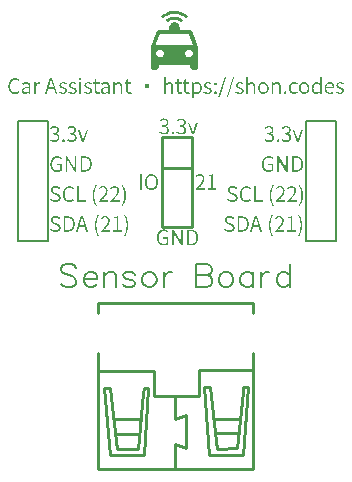
<source format=gto>
G04 Layer: TopSilkscreenLayer*
G04 EasyEDA v6.5.22, 2023-02-03 23:32:18*
G04 9f92e8cc1d6f4f83b316cd320a267f73,4bb84c5f6c124816bf94f4484d05adb3,10*
G04 Gerber Generator version 0.2*
G04 Scale: 100 percent, Rotated: No, Reflected: No *
G04 Dimensions in millimeters *
G04 leading zeros omitted , absolute positions ,4 integer and 5 decimal *
%FSLAX45Y45*%
%MOMM*%

%ADD10C,0.2032*%
%ADD11C,0.2540*%
%ADD12C,0.2030*%

%LPD*%
G36*
X2189683Y8740140D02*
G01*
X2177186Y8739835D01*
X2171039Y8739327D01*
X2159000Y8737600D01*
X2153513Y8736380D01*
X2147519Y8734602D01*
X2141118Y8732418D01*
X2134514Y8729878D01*
X2121052Y8723884D01*
X2108352Y8717229D01*
X2102612Y8713825D01*
X2097481Y8710422D01*
X2093112Y8707170D01*
X2089607Y8704072D01*
X2080361Y8694877D01*
X2097582Y8679434D01*
X2117648Y8693150D01*
X2128164Y8699093D01*
X2139086Y8704072D01*
X2150313Y8708034D01*
X2156002Y8709660D01*
X2167636Y8712098D01*
X2179320Y8713622D01*
X2191156Y8714079D01*
X2202942Y8713622D01*
X2214676Y8712098D01*
X2226259Y8709660D01*
X2231999Y8708034D01*
X2243226Y8704072D01*
X2254097Y8699093D01*
X2259431Y8696248D01*
X2264613Y8693150D01*
X2284730Y8679434D01*
X2301951Y8694877D01*
X2289048Y8707475D01*
X2285136Y8710726D01*
X2280920Y8713825D01*
X2276449Y8716772D01*
X2271725Y8719566D01*
X2261565Y8724696D01*
X2250694Y8729116D01*
X2239162Y8732875D01*
X2233168Y8734501D01*
X2220976Y8737092D01*
X2208530Y8738971D01*
X2195931Y8739936D01*
G37*
G36*
X2187549Y8689136D02*
G01*
X2181707Y8688933D01*
X2175967Y8688476D01*
X2170328Y8687765D01*
X2164892Y8686749D01*
X2159660Y8685479D01*
X2154732Y8683904D01*
X2150059Y8682024D01*
X2139696Y8677198D01*
X2131822Y8673236D01*
X2126234Y8669883D01*
X2122779Y8666988D01*
X2121204Y8664295D01*
X2121357Y8661552D01*
X2123033Y8658606D01*
X2126030Y8655253D01*
X2134158Y8646972D01*
X2159254Y8658961D01*
X2164130Y8660942D01*
X2173478Y8663940D01*
X2178050Y8665006D01*
X2186838Y8666175D01*
X2191156Y8666327D01*
X2195423Y8666175D01*
X2204262Y8665006D01*
X2208784Y8663940D01*
X2218182Y8660942D01*
X2228088Y8656675D01*
X2248154Y8646972D01*
X2256231Y8655253D01*
X2258314Y8657742D01*
X2259584Y8660282D01*
X2260092Y8662720D01*
X2259888Y8665159D01*
X2258974Y8667546D01*
X2257450Y8669832D01*
X2255367Y8672068D01*
X2252675Y8674201D01*
X2249525Y8676233D01*
X2245868Y8678164D01*
X2241804Y8679992D01*
X2237384Y8681669D01*
X2227529Y8684615D01*
X2216708Y8686901D01*
X2205228Y8688425D01*
X2193442Y8689136D01*
G37*
G36*
X2194814Y8644686D02*
G01*
X2189632Y8644636D01*
X2184298Y8643823D01*
X2178913Y8642299D01*
X2173528Y8640013D01*
X2167534Y8636660D01*
X2162352Y8632952D01*
X2157984Y8628786D01*
X2154275Y8624062D01*
X2151278Y8618829D01*
X2148941Y8612936D01*
X2147163Y8606332D01*
X2145944Y8598966D01*
X2143709Y8581085D01*
X2090572Y8581136D01*
X2075332Y8580983D01*
X2067102Y8580374D01*
X2060041Y8579053D01*
X2056942Y8578037D01*
X2054047Y8576767D01*
X2051354Y8575192D01*
X2048764Y8573262D01*
X2046376Y8570976D01*
X2044039Y8568334D01*
X2041753Y8565184D01*
X2039518Y8561628D01*
X2037283Y8557564D01*
X2032762Y8547760D01*
X2027885Y8535670D01*
X2016048Y8503361D01*
X1999048Y8455660D01*
X2037588Y8455660D01*
X2038756Y8460689D01*
X2046782Y8486140D01*
X2067712Y8546998D01*
X2314549Y8546998D01*
X2332685Y8494572D01*
X2338070Y8478367D01*
X2342134Y8465413D01*
X2344420Y8457387D01*
X2344724Y8455660D01*
X2344521Y8455253D01*
X2342946Y8454593D01*
X2339644Y8453983D01*
X2334412Y8453424D01*
X2317699Y8452561D01*
X2291486Y8452002D01*
X2254504Y8451646D01*
X2163368Y8451545D01*
X2083307Y8452104D01*
X2059584Y8452764D01*
X2045004Y8453678D01*
X2040788Y8454237D01*
X2038350Y8454898D01*
X2037740Y8455253D01*
X2037588Y8455660D01*
X1999048Y8455660D01*
X1991156Y8433562D01*
X1991156Y8378596D01*
X2035860Y8378596D01*
X2036368Y8383676D01*
X2037740Y8389010D01*
X2039975Y8393785D01*
X2043023Y8398052D01*
X2046732Y8401659D01*
X2051050Y8404656D01*
X2055825Y8406942D01*
X2060905Y8408517D01*
X2066188Y8409432D01*
X2071573Y8409533D01*
X2076957Y8408822D01*
X2082139Y8407349D01*
X2087016Y8405012D01*
X2091537Y8401761D01*
X2094788Y8398256D01*
X2097328Y8394090D01*
X2099208Y8389366D01*
X2100326Y8384286D01*
X2100643Y8379561D01*
X2281021Y8379561D01*
X2281326Y8384641D01*
X2282444Y8389416D01*
X2284323Y8393836D01*
X2286914Y8397900D01*
X2290114Y8401456D01*
X2293823Y8404453D01*
X2298090Y8406892D01*
X2302764Y8408670D01*
X2307793Y8409686D01*
X2313127Y8409990D01*
X2318715Y8409432D01*
X2324455Y8407958D01*
X2330297Y8405571D01*
X2334666Y8402777D01*
X2338527Y8399068D01*
X2341727Y8394598D01*
X2344216Y8389721D01*
X2345893Y8384489D01*
X2346655Y8379256D01*
X2346502Y8374125D01*
X2345232Y8369350D01*
X2342997Y8364728D01*
X2340203Y8360613D01*
X2336952Y8357057D01*
X2333294Y8354009D01*
X2329332Y8351570D01*
X2325166Y8349640D01*
X2320798Y8348319D01*
X2316327Y8347557D01*
X2311806Y8347405D01*
X2307386Y8347811D01*
X2303018Y8348827D01*
X2298903Y8350453D01*
X2294991Y8352739D01*
X2291435Y8355584D01*
X2288286Y8359089D01*
X2285593Y8363203D01*
X2283104Y8368792D01*
X2281580Y8374278D01*
X2281021Y8379561D01*
X2100643Y8379561D01*
X2100275Y8373719D01*
X2099056Y8368588D01*
X2096973Y8363762D01*
X2093975Y8359140D01*
X2090572Y8355330D01*
X2086711Y8352281D01*
X2082596Y8349996D01*
X2078278Y8348421D01*
X2073757Y8347506D01*
X2069185Y8347303D01*
X2064664Y8347659D01*
X2060143Y8348624D01*
X2055825Y8350148D01*
X2051710Y8352231D01*
X2047951Y8354771D01*
X2044547Y8357768D01*
X2041601Y8361222D01*
X2039162Y8365032D01*
X2037334Y8369249D01*
X2036216Y8373770D01*
X2035860Y8378596D01*
X1991156Y8378596D01*
X1991207Y8298027D01*
X1991512Y8281771D01*
X1992172Y8268919D01*
X1993290Y8258962D01*
X1994052Y8255000D01*
X1995017Y8251647D01*
X1996186Y8248853D01*
X1997506Y8246516D01*
X1999081Y8244636D01*
X2000859Y8243214D01*
X2002891Y8242096D01*
X2005228Y8241284D01*
X2007819Y8240725D01*
X2013915Y8240217D01*
X2025599Y8240166D01*
X2033371Y8240623D01*
X2040077Y8242046D01*
X2045817Y8244382D01*
X2050542Y8247634D01*
X2054250Y8251748D01*
X2056892Y8256828D01*
X2058466Y8262772D01*
X2059025Y8269579D01*
X2059025Y8281060D01*
X2323287Y8281060D01*
X2323287Y8269579D01*
X2323795Y8262772D01*
X2325420Y8256828D01*
X2328062Y8251748D01*
X2331720Y8247634D01*
X2336444Y8244382D01*
X2342184Y8242046D01*
X2348941Y8240623D01*
X2356662Y8240166D01*
X2368397Y8240217D01*
X2374493Y8240725D01*
X2377084Y8241284D01*
X2379370Y8242096D01*
X2381453Y8243214D01*
X2383231Y8244636D01*
X2384755Y8246516D01*
X2386126Y8248853D01*
X2387244Y8251647D01*
X2388209Y8255000D01*
X2389632Y8263585D01*
X2390495Y8274964D01*
X2390952Y8289442D01*
X2391156Y8433562D01*
X2357069Y8528659D01*
X2351938Y8542020D01*
X2347214Y8552942D01*
X2344978Y8557564D01*
X2342743Y8561628D01*
X2338273Y8568334D01*
X2335936Y8570976D01*
X2333498Y8573262D01*
X2330958Y8575192D01*
X2328214Y8576767D01*
X2325319Y8578037D01*
X2322220Y8579053D01*
X2318867Y8579815D01*
X2311247Y8580780D01*
X2302306Y8581136D01*
X2238552Y8581085D01*
X2236419Y8598560D01*
X2235250Y8605164D01*
X2233574Y8611311D01*
X2231390Y8617051D01*
X2228697Y8622334D01*
X2225598Y8627110D01*
X2222093Y8631377D01*
X2218232Y8635085D01*
X2214067Y8638235D01*
X2209546Y8640775D01*
X2204872Y8642756D01*
X2199944Y8644026D01*
G37*
G36*
X2104390Y8180578D02*
G01*
X2104390Y8039100D01*
X2118614Y8039100D01*
X2118614Y8109203D01*
X2125675Y8116062D01*
X2132228Y8120989D01*
X2138883Y8123936D01*
X2146046Y8124952D01*
X2150719Y8124545D01*
X2154682Y8123377D01*
X2157984Y8121396D01*
X2160625Y8118551D01*
X2162606Y8114893D01*
X2164029Y8110270D01*
X2164842Y8104733D01*
X2165096Y8098281D01*
X2165096Y8039100D01*
X2179574Y8039100D01*
X2179574Y8100059D01*
X2179116Y8108746D01*
X2177846Y8116316D01*
X2175611Y8122767D01*
X2172512Y8128101D01*
X2168448Y8132267D01*
X2163368Y8135264D01*
X2157374Y8137042D01*
X2150364Y8137652D01*
X2145588Y8137296D01*
X2141067Y8136331D01*
X2136851Y8134756D01*
X2132787Y8132724D01*
X2128977Y8130286D01*
X2125268Y8127492D01*
X2118106Y8121142D01*
X2118614Y8141462D01*
X2118614Y8180578D01*
G37*
G36*
X2800096Y8180578D02*
G01*
X2800096Y8039100D01*
X2814320Y8039100D01*
X2814320Y8109203D01*
X2821482Y8116062D01*
X2828036Y8120989D01*
X2834589Y8123936D01*
X2841752Y8124952D01*
X2846425Y8124545D01*
X2850388Y8123377D01*
X2853690Y8121396D01*
X2856331Y8118551D01*
X2858312Y8114893D01*
X2859735Y8110270D01*
X2860548Y8104733D01*
X2860802Y8098281D01*
X2860802Y8039100D01*
X2875280Y8039100D01*
X2875280Y8100059D01*
X2874822Y8108746D01*
X2873552Y8116316D01*
X2871317Y8122767D01*
X2868218Y8128101D01*
X2864154Y8132267D01*
X2859074Y8135264D01*
X2853080Y8137042D01*
X2846070Y8137652D01*
X2841294Y8137296D01*
X2836773Y8136331D01*
X2832557Y8134756D01*
X2828493Y8132724D01*
X2824683Y8130286D01*
X2820974Y8127492D01*
X2813812Y8121142D01*
X2814320Y8141462D01*
X2814320Y8180578D01*
G37*
G36*
X3421634Y8180578D02*
G01*
X3421634Y8142986D01*
X3422396Y8126222D01*
X3415944Y8130997D01*
X3409492Y8134603D01*
X3402584Y8136890D01*
X3394710Y8137652D01*
X3389223Y8137245D01*
X3383940Y8136077D01*
X3378860Y8134096D01*
X3374085Y8131454D01*
X3369665Y8128050D01*
X3365601Y8123986D01*
X3361994Y8119313D01*
X3358946Y8113979D01*
X3356457Y8108086D01*
X3354628Y8101634D01*
X3353460Y8094624D01*
X3353054Y8087106D01*
X3368040Y8087106D01*
X3368598Y8095183D01*
X3370275Y8102498D01*
X3372916Y8109000D01*
X3376422Y8114538D01*
X3380689Y8119059D01*
X3385616Y8122412D01*
X3391103Y8124494D01*
X3396996Y8125206D01*
X3403142Y8124647D01*
X3409238Y8122818D01*
X3415334Y8119516D01*
X3421634Y8114538D01*
X3421634Y8062722D01*
X3415233Y8056727D01*
X3408883Y8052460D01*
X3402431Y8049869D01*
X3395726Y8049006D01*
X3389426Y8049666D01*
X3383889Y8051647D01*
X3379165Y8054848D01*
X3375202Y8059216D01*
X3372104Y8064652D01*
X3369868Y8071205D01*
X3368497Y8078673D01*
X3368040Y8087106D01*
X3353054Y8087106D01*
X3353358Y8079333D01*
X3354324Y8072170D01*
X3355848Y8065617D01*
X3357981Y8059724D01*
X3360623Y8054492D01*
X3363823Y8049869D01*
X3367532Y8045907D01*
X3371697Y8042706D01*
X3376320Y8040116D01*
X3381349Y8038287D01*
X3386836Y8037169D01*
X3392678Y8036814D01*
X3401161Y8037880D01*
X3409086Y8040827D01*
X3416198Y8045196D01*
X3422396Y8050530D01*
X3422904Y8050530D01*
X3424174Y8039100D01*
X3436112Y8039100D01*
X3436112Y8180578D01*
G37*
G36*
X2618232Y8179816D02*
G01*
X2563368Y8007350D01*
X2574036Y8007350D01*
X2628900Y8179816D01*
G37*
G36*
X2688082Y8179816D02*
G01*
X2632964Y8007350D01*
X2643632Y8007350D01*
X2698750Y8179816D01*
G37*
G36*
X1394460Y8175752D02*
G01*
X1390294Y8175040D01*
X1387094Y8173008D01*
X1385011Y8169859D01*
X1384300Y8165846D01*
X1385011Y8161680D01*
X1387094Y8158480D01*
X1390294Y8156397D01*
X1394460Y8155686D01*
X1398371Y8156397D01*
X1401521Y8158480D01*
X1403604Y8161680D01*
X1404366Y8165846D01*
X1403604Y8169859D01*
X1401521Y8173008D01*
X1398371Y8175040D01*
G37*
G36*
X842264Y8171688D02*
G01*
X836168Y8171383D01*
X830326Y8170519D01*
X824737Y8169046D01*
X819403Y8167014D01*
X814374Y8164474D01*
X809650Y8161375D01*
X805281Y8157768D01*
X801319Y8153603D01*
X797712Y8149031D01*
X794512Y8143900D01*
X791718Y8138363D01*
X789381Y8132368D01*
X787552Y8125917D01*
X786231Y8119059D01*
X785368Y8111794D01*
X785114Y8104124D01*
X785368Y8096402D01*
X786180Y8089138D01*
X787552Y8082280D01*
X789330Y8075828D01*
X791616Y8069834D01*
X794359Y8064296D01*
X797509Y8059216D01*
X801065Y8054644D01*
X805027Y8050580D01*
X809294Y8046974D01*
X813917Y8043925D01*
X818845Y8041386D01*
X824077Y8039404D01*
X829564Y8037982D01*
X835304Y8037118D01*
X841248Y8036814D01*
X847344Y8037118D01*
X853084Y8038084D01*
X858469Y8039608D01*
X863549Y8041690D01*
X868273Y8044332D01*
X872744Y8047532D01*
X876960Y8051190D01*
X880871Y8055356D01*
X872744Y8064753D01*
X866038Y8058353D01*
X858824Y8053628D01*
X850849Y8050733D01*
X842010Y8049768D01*
X835812Y8050225D01*
X830021Y8051495D01*
X824687Y8053578D01*
X819810Y8056473D01*
X815441Y8060131D01*
X811580Y8064550D01*
X808228Y8069630D01*
X805434Y8075371D01*
X803249Y8081822D01*
X801674Y8088833D01*
X800658Y8096453D01*
X800354Y8104631D01*
X800709Y8112658D01*
X801725Y8120176D01*
X803351Y8127085D01*
X805637Y8133384D01*
X808482Y8139023D01*
X811936Y8144052D01*
X815848Y8148320D01*
X820318Y8151926D01*
X825195Y8154720D01*
X830580Y8156803D01*
X836371Y8158073D01*
X842518Y8158480D01*
X850493Y8157616D01*
X857707Y8155127D01*
X864006Y8151215D01*
X869442Y8146034D01*
X877569Y8155686D01*
X874572Y8158683D01*
X871169Y8161629D01*
X867308Y8164322D01*
X863041Y8166760D01*
X858418Y8168792D01*
X853389Y8170316D01*
X848004Y8171332D01*
G37*
G36*
X1139190Y8169148D02*
G01*
X1112710Y8091678D01*
X1126490Y8091678D01*
X1138580Y8129320D01*
X1145032Y8151215D01*
X1146556Y8156956D01*
X1147318Y8156956D01*
X1160780Y8113014D01*
X1167638Y8091678D01*
X1112710Y8091678D01*
X1094740Y8039100D01*
X1109472Y8039100D01*
X1122934Y8080248D01*
X1171448Y8080248D01*
X1184402Y8039100D01*
X1199896Y8039100D01*
X1155446Y8169148D01*
G37*
G36*
X1518158Y8162290D02*
G01*
X1516380Y8135112D01*
X1501394Y8134096D01*
X1501394Y8123174D01*
X1515872Y8123174D01*
X1515872Y8068056D01*
X1516176Y8061401D01*
X1517192Y8055356D01*
X1518970Y8050022D01*
X1521561Y8045500D01*
X1525168Y8041792D01*
X1529791Y8039100D01*
X1535582Y8037372D01*
X1542542Y8036814D01*
X1546707Y8037118D01*
X1551076Y8037931D01*
X1559560Y8040370D01*
X1556766Y8051292D01*
X1551127Y8049564D01*
X1548180Y8048955D01*
X1545336Y8048752D01*
X1538173Y8050022D01*
X1533550Y8053781D01*
X1531061Y8059674D01*
X1530350Y8067548D01*
X1530350Y8123174D01*
X1556766Y8123174D01*
X1556766Y8135112D01*
X1530350Y8135112D01*
X1530350Y8162290D01*
G37*
G36*
X1786636Y8162290D02*
G01*
X1784857Y8135112D01*
X1769618Y8134096D01*
X1769618Y8123174D01*
X1784350Y8123174D01*
X1784350Y8068056D01*
X1784654Y8061401D01*
X1785670Y8055356D01*
X1787398Y8050022D01*
X1790039Y8045500D01*
X1793595Y8041792D01*
X1798167Y8039100D01*
X1803857Y8037372D01*
X1810766Y8036814D01*
X1814931Y8037118D01*
X1819300Y8037931D01*
X1827784Y8040370D01*
X1824989Y8051292D01*
X1819503Y8049564D01*
X1816607Y8048955D01*
X1813814Y8048752D01*
X1806498Y8050022D01*
X1801825Y8053781D01*
X1799336Y8059674D01*
X1798574Y8067548D01*
X1798574Y8123174D01*
X1825243Y8123174D01*
X1825243Y8135112D01*
X1798574Y8135112D01*
X1798574Y8162290D01*
G37*
G36*
X2216404Y8162290D02*
G01*
X2214626Y8135112D01*
X2199386Y8134096D01*
X2199386Y8123174D01*
X2213864Y8123174D01*
X2213864Y8068056D01*
X2214168Y8061401D01*
X2215184Y8055356D01*
X2217013Y8050022D01*
X2219655Y8045500D01*
X2223262Y8041792D01*
X2227884Y8039100D01*
X2233625Y8037372D01*
X2240534Y8036814D01*
X2244699Y8037118D01*
X2249068Y8037931D01*
X2257552Y8040370D01*
X2254758Y8051292D01*
X2249271Y8049564D01*
X2246376Y8048955D01*
X2243582Y8048752D01*
X2236266Y8050022D01*
X2231593Y8053781D01*
X2229104Y8059674D01*
X2228342Y8067548D01*
X2228342Y8123174D01*
X2254758Y8123174D01*
X2254758Y8135112D01*
X2228342Y8135112D01*
X2228342Y8162290D01*
G37*
G36*
X2277872Y8162290D02*
G01*
X2276094Y8135112D01*
X2261108Y8134096D01*
X2261108Y8123174D01*
X2275586Y8123174D01*
X2275586Y8068056D01*
X2275890Y8061401D01*
X2276906Y8055356D01*
X2278735Y8050022D01*
X2281377Y8045500D01*
X2284984Y8041792D01*
X2289606Y8039100D01*
X2295347Y8037372D01*
X2302256Y8036814D01*
X2306421Y8037118D01*
X2310790Y8037931D01*
X2319274Y8040370D01*
X2316480Y8051292D01*
X2310993Y8049564D01*
X2308098Y8048955D01*
X2305304Y8048752D01*
X2297988Y8050022D01*
X2293315Y8053781D01*
X2290826Y8059674D01*
X2290064Y8067548D01*
X2290064Y8123174D01*
X2316480Y8123174D01*
X2316480Y8135112D01*
X2290064Y8135112D01*
X2290064Y8162290D01*
G37*
G36*
X939546Y8137652D02*
G01*
X933856Y8137347D01*
X928369Y8136432D01*
X923137Y8135112D01*
X918210Y8133384D01*
X913637Y8131403D01*
X905560Y8127085D01*
X902208Y8124952D01*
X908050Y8114792D01*
X914095Y8118602D01*
X921054Y8122056D01*
X928827Y8124494D01*
X937260Y8125459D01*
X942898Y8124901D01*
X947419Y8123275D01*
X951026Y8120735D01*
X953719Y8117484D01*
X955598Y8113623D01*
X956818Y8109254D01*
X957478Y8104631D01*
X957580Y8099806D01*
X947775Y8098485D01*
X938885Y8096910D01*
X930910Y8095081D01*
X923899Y8092998D01*
X917702Y8090611D01*
X912418Y8087868D01*
X907999Y8084820D01*
X904392Y8081365D01*
X901649Y8077606D01*
X899668Y8073390D01*
X898550Y8068767D01*
X898226Y8064753D01*
X912114Y8064753D01*
X912672Y8069478D01*
X914450Y8073694D01*
X917600Y8077504D01*
X922172Y8080857D01*
X928369Y8083753D01*
X936244Y8086242D01*
X945946Y8088274D01*
X957580Y8089900D01*
X957580Y8061959D01*
X950569Y8056118D01*
X943813Y8051901D01*
X937056Y8049361D01*
X929894Y8048498D01*
X923036Y8049412D01*
X917397Y8052257D01*
X913536Y8057286D01*
X912114Y8064753D01*
X898226Y8064753D01*
X898144Y8063738D01*
X898702Y8057642D01*
X900277Y8052257D01*
X902766Y8047634D01*
X906119Y8043773D01*
X910234Y8040776D01*
X914958Y8038592D01*
X920292Y8037271D01*
X926084Y8036814D01*
X934872Y8037880D01*
X943254Y8040827D01*
X951128Y8045297D01*
X958342Y8050784D01*
X958850Y8050784D01*
X960119Y8039100D01*
X972058Y8039100D01*
X972058Y8098536D01*
X971854Y8104225D01*
X971296Y8109559D01*
X970280Y8114487D01*
X968806Y8119059D01*
X966927Y8123174D01*
X964539Y8126882D01*
X961694Y8130031D01*
X958342Y8132724D01*
X954481Y8134807D01*
X950061Y8136381D01*
X945083Y8137347D01*
G37*
G36*
X1044702Y8137652D02*
G01*
X1036726Y8136178D01*
X1029360Y8132114D01*
X1022807Y8125764D01*
X1017269Y8117586D01*
X1016762Y8117586D01*
X1015492Y8135112D01*
X1003808Y8135112D01*
X1003808Y8039100D01*
X1018032Y8039100D01*
X1018032Y8101584D01*
X1023518Y8112252D01*
X1029817Y8119313D01*
X1036421Y8123224D01*
X1042924Y8124444D01*
X1047546Y8124037D01*
X1051814Y8122920D01*
X1054608Y8135366D01*
X1052322Y8136483D01*
X1050036Y8137194D01*
X1047546Y8137550D01*
G37*
G36*
X1249172Y8137652D02*
G01*
X1241806Y8137093D01*
X1235303Y8135569D01*
X1229715Y8133080D01*
X1225092Y8129828D01*
X1221435Y8125815D01*
X1218793Y8121243D01*
X1217218Y8116163D01*
X1216660Y8110728D01*
X1217320Y8105089D01*
X1219200Y8100263D01*
X1222044Y8096148D01*
X1225753Y8092694D01*
X1230071Y8089747D01*
X1234897Y8087207D01*
X1253083Y8079841D01*
X1260297Y8075930D01*
X1265478Y8070900D01*
X1267460Y8064246D01*
X1266240Y8057997D01*
X1262481Y8052917D01*
X1256233Y8049514D01*
X1247394Y8048244D01*
X1239012Y8049107D01*
X1231595Y8051495D01*
X1224838Y8055102D01*
X1218438Y8059674D01*
X1211326Y8050022D01*
X1214831Y8047278D01*
X1218692Y8044738D01*
X1222857Y8042503D01*
X1227277Y8040573D01*
X1231950Y8038998D01*
X1236776Y8037830D01*
X1241806Y8037068D01*
X1246886Y8036814D01*
X1254760Y8037372D01*
X1261668Y8039049D01*
X1267561Y8041640D01*
X1272387Y8045043D01*
X1276197Y8049209D01*
X1278940Y8053984D01*
X1280617Y8059166D01*
X1281176Y8064753D01*
X1280464Y8071103D01*
X1278534Y8076387D01*
X1275537Y8080756D01*
X1271676Y8084362D01*
X1267104Y8087309D01*
X1262126Y8089849D01*
X1251458Y8094218D01*
X1243584Y8097164D01*
X1236929Y8100669D01*
X1232357Y8105241D01*
X1230630Y8111490D01*
X1231747Y8117078D01*
X1235151Y8121700D01*
X1240891Y8124799D01*
X1249172Y8125968D01*
X1255471Y8125358D01*
X1261059Y8123580D01*
X1266291Y8120938D01*
X1271270Y8117586D01*
X1278382Y8126984D01*
X1272336Y8131098D01*
X1265377Y8134502D01*
X1257604Y8136788D01*
G37*
G36*
X1331468Y8137652D02*
G01*
X1324152Y8137093D01*
X1317701Y8135569D01*
X1312164Y8133080D01*
X1307490Y8129828D01*
X1303832Y8125815D01*
X1301140Y8121243D01*
X1299514Y8116163D01*
X1298956Y8110728D01*
X1299616Y8105089D01*
X1301496Y8100263D01*
X1304340Y8096148D01*
X1308049Y8092694D01*
X1312367Y8089747D01*
X1317193Y8087207D01*
X1335379Y8079841D01*
X1342593Y8075930D01*
X1347774Y8070900D01*
X1349756Y8064246D01*
X1348536Y8057997D01*
X1344777Y8052917D01*
X1338529Y8049514D01*
X1329690Y8048244D01*
X1321308Y8049107D01*
X1313891Y8051495D01*
X1307134Y8055102D01*
X1300734Y8059674D01*
X1293622Y8050022D01*
X1297127Y8047278D01*
X1300988Y8044738D01*
X1305153Y8042503D01*
X1309573Y8040573D01*
X1314246Y8038998D01*
X1319072Y8037830D01*
X1324102Y8037068D01*
X1329182Y8036814D01*
X1337056Y8037372D01*
X1343964Y8039049D01*
X1349857Y8041640D01*
X1354734Y8045043D01*
X1358493Y8049209D01*
X1361236Y8053984D01*
X1362913Y8059166D01*
X1363472Y8064753D01*
X1362760Y8071103D01*
X1360830Y8076387D01*
X1357833Y8080756D01*
X1353972Y8084362D01*
X1349451Y8087309D01*
X1344523Y8089849D01*
X1334008Y8094218D01*
X1325981Y8097164D01*
X1319276Y8100669D01*
X1314653Y8105241D01*
X1312926Y8111490D01*
X1314043Y8117078D01*
X1317447Y8121700D01*
X1323187Y8124799D01*
X1331468Y8125968D01*
X1337767Y8125358D01*
X1343355Y8123580D01*
X1348587Y8120938D01*
X1353566Y8117586D01*
X1360678Y8126984D01*
X1354632Y8131098D01*
X1347673Y8134502D01*
X1339900Y8136788D01*
G37*
G36*
X1461770Y8137652D02*
G01*
X1454404Y8137093D01*
X1447850Y8135569D01*
X1442262Y8133080D01*
X1437589Y8129828D01*
X1433880Y8125815D01*
X1431188Y8121243D01*
X1429562Y8116163D01*
X1429004Y8110728D01*
X1429664Y8105089D01*
X1431544Y8100263D01*
X1434388Y8096148D01*
X1438097Y8092694D01*
X1442415Y8089747D01*
X1447241Y8087207D01*
X1465529Y8079841D01*
X1472742Y8075930D01*
X1477822Y8070900D01*
X1479804Y8064246D01*
X1478584Y8057997D01*
X1474876Y8052917D01*
X1468678Y8049514D01*
X1459992Y8048244D01*
X1451508Y8049107D01*
X1444091Y8051495D01*
X1437386Y8055102D01*
X1431036Y8059674D01*
X1423670Y8050022D01*
X1427276Y8047278D01*
X1431188Y8044738D01*
X1435404Y8042503D01*
X1439875Y8040573D01*
X1444548Y8038998D01*
X1449374Y8037830D01*
X1454404Y8037068D01*
X1459484Y8036814D01*
X1467307Y8037372D01*
X1474165Y8039049D01*
X1480058Y8041640D01*
X1484934Y8045043D01*
X1488744Y8049209D01*
X1491538Y8053984D01*
X1493215Y8059166D01*
X1493774Y8064753D01*
X1493062Y8071103D01*
X1491081Y8076387D01*
X1488033Y8080756D01*
X1484172Y8084362D01*
X1479600Y8087309D01*
X1474571Y8089849D01*
X1464056Y8094218D01*
X1456029Y8097164D01*
X1449324Y8100669D01*
X1444701Y8105241D01*
X1442974Y8111490D01*
X1444091Y8117078D01*
X1447495Y8121700D01*
X1453388Y8124799D01*
X1461770Y8125968D01*
X1467916Y8125358D01*
X1473606Y8123580D01*
X1478838Y8120938D01*
X1483868Y8117586D01*
X1490980Y8126984D01*
X1484934Y8131098D01*
X1477873Y8134502D01*
X1470101Y8136788D01*
G37*
G36*
X1609852Y8137652D02*
G01*
X1604162Y8137347D01*
X1598676Y8136432D01*
X1593443Y8135112D01*
X1588516Y8133384D01*
X1583944Y8131403D01*
X1575866Y8127085D01*
X1572514Y8124952D01*
X1578356Y8114792D01*
X1584401Y8118602D01*
X1591360Y8122056D01*
X1599133Y8124494D01*
X1607566Y8125459D01*
X1613204Y8124901D01*
X1617726Y8123275D01*
X1621332Y8120735D01*
X1624025Y8117484D01*
X1625904Y8113623D01*
X1627124Y8109254D01*
X1627784Y8104631D01*
X1627886Y8099806D01*
X1618081Y8098485D01*
X1609191Y8096910D01*
X1601216Y8095081D01*
X1594205Y8092998D01*
X1588008Y8090611D01*
X1582724Y8087868D01*
X1578305Y8084820D01*
X1574698Y8081365D01*
X1571955Y8077606D01*
X1569974Y8073390D01*
X1568856Y8068767D01*
X1568532Y8064753D01*
X1582420Y8064753D01*
X1582978Y8069478D01*
X1584756Y8073694D01*
X1587906Y8077504D01*
X1592478Y8080857D01*
X1598676Y8083753D01*
X1606550Y8086242D01*
X1616252Y8088274D01*
X1627886Y8089900D01*
X1627886Y8061959D01*
X1620875Y8056118D01*
X1614119Y8051901D01*
X1607362Y8049361D01*
X1600200Y8048498D01*
X1593342Y8049412D01*
X1587703Y8052257D01*
X1583842Y8057286D01*
X1582420Y8064753D01*
X1568532Y8064753D01*
X1568450Y8063738D01*
X1569008Y8057642D01*
X1570583Y8052257D01*
X1573072Y8047634D01*
X1576425Y8043773D01*
X1580540Y8040776D01*
X1585264Y8038592D01*
X1590598Y8037271D01*
X1596390Y8036814D01*
X1605178Y8037880D01*
X1613560Y8040827D01*
X1621434Y8045297D01*
X1628648Y8050784D01*
X1629156Y8050784D01*
X1630426Y8039100D01*
X1642364Y8039100D01*
X1642364Y8098536D01*
X1642160Y8104225D01*
X1641602Y8109559D01*
X1640586Y8114487D01*
X1639112Y8119059D01*
X1637233Y8123174D01*
X1634896Y8126882D01*
X1632000Y8130031D01*
X1628648Y8132724D01*
X1624787Y8134807D01*
X1620367Y8136381D01*
X1615389Y8137347D01*
G37*
G36*
X1720088Y8137652D02*
G01*
X1715262Y8137296D01*
X1710740Y8136331D01*
X1706473Y8134756D01*
X1702409Y8132724D01*
X1698498Y8130286D01*
X1694738Y8127492D01*
X1687575Y8121142D01*
X1687068Y8121142D01*
X1685798Y8135112D01*
X1674114Y8135112D01*
X1674114Y8039100D01*
X1688338Y8039100D01*
X1688338Y8109203D01*
X1695399Y8116062D01*
X1701952Y8120989D01*
X1708607Y8123936D01*
X1715770Y8124952D01*
X1720443Y8124545D01*
X1724406Y8123377D01*
X1727707Y8121396D01*
X1730349Y8118551D01*
X1732330Y8114893D01*
X1733753Y8110270D01*
X1734566Y8104733D01*
X1734820Y8098281D01*
X1734820Y8039100D01*
X1749298Y8039100D01*
X1749298Y8100059D01*
X1748840Y8108746D01*
X1747570Y8116316D01*
X1745335Y8122767D01*
X1742236Y8128101D01*
X1738172Y8132267D01*
X1733092Y8135264D01*
X1727098Y8137042D01*
G37*
G36*
X2383282Y8137652D02*
G01*
X2374950Y8136534D01*
X2366924Y8133486D01*
X2359304Y8129066D01*
X2352294Y8123936D01*
X2351786Y8123936D01*
X2350262Y8135112D01*
X2338578Y8135112D01*
X2338578Y8059420D01*
X2353056Y8059420D01*
X2353056Y8111490D01*
X2360168Y8117484D01*
X2366975Y8121802D01*
X2373579Y8124342D01*
X2379980Y8125206D01*
X2386584Y8124494D01*
X2392172Y8122513D01*
X2396794Y8119313D01*
X2400452Y8114995D01*
X2403246Y8109712D01*
X2405176Y8103463D01*
X2406294Y8096402D01*
X2406650Y8088630D01*
X2406091Y8079943D01*
X2404465Y8072170D01*
X2401824Y8065363D01*
X2398318Y8059674D01*
X2394051Y8055102D01*
X2389073Y8051749D01*
X2383485Y8049717D01*
X2377440Y8049006D01*
X2372258Y8049564D01*
X2366314Y8051342D01*
X2359812Y8054594D01*
X2353056Y8059420D01*
X2338578Y8059420D01*
X2338578Y7997952D01*
X2353056Y7997952D01*
X2353056Y8030972D01*
X2352548Y8047990D01*
X2359406Y8043265D01*
X2366213Y8039760D01*
X2373020Y8037575D01*
X2379726Y8036814D01*
X2385212Y8037220D01*
X2390495Y8038388D01*
X2395575Y8040319D01*
X2400401Y8042960D01*
X2404872Y8046364D01*
X2408986Y8050428D01*
X2412593Y8055203D01*
X2415692Y8060639D01*
X2418181Y8066735D01*
X2420061Y8073390D01*
X2421229Y8080705D01*
X2421636Y8088630D01*
X2421382Y8095792D01*
X2420518Y8102498D01*
X2419197Y8108696D01*
X2417267Y8114436D01*
X2414828Y8119618D01*
X2411882Y8124190D01*
X2408428Y8128152D01*
X2404414Y8131505D01*
X2399893Y8134146D01*
X2394864Y8136077D01*
X2389327Y8137245D01*
G37*
G36*
X2474722Y8137652D02*
G01*
X2467356Y8137093D01*
X2460853Y8135569D01*
X2455265Y8133080D01*
X2450642Y8129828D01*
X2446985Y8125815D01*
X2444343Y8121243D01*
X2442768Y8116163D01*
X2442210Y8110728D01*
X2442870Y8105089D01*
X2444750Y8100263D01*
X2447594Y8096148D01*
X2451303Y8092694D01*
X2455621Y8089747D01*
X2460447Y8087207D01*
X2478633Y8079841D01*
X2485847Y8075930D01*
X2491028Y8070900D01*
X2493010Y8064246D01*
X2491790Y8057997D01*
X2488031Y8052917D01*
X2481783Y8049514D01*
X2472944Y8048244D01*
X2464562Y8049107D01*
X2457145Y8051495D01*
X2450388Y8055102D01*
X2443988Y8059674D01*
X2436876Y8050022D01*
X2440381Y8047278D01*
X2444242Y8044738D01*
X2448407Y8042503D01*
X2452827Y8040573D01*
X2457500Y8038998D01*
X2462326Y8037830D01*
X2467356Y8037068D01*
X2472436Y8036814D01*
X2480310Y8037372D01*
X2487218Y8039049D01*
X2493111Y8041640D01*
X2497988Y8045043D01*
X2501747Y8049209D01*
X2504490Y8053984D01*
X2506167Y8059166D01*
X2506726Y8064753D01*
X2506014Y8071103D01*
X2504084Y8076387D01*
X2501087Y8080756D01*
X2497226Y8084362D01*
X2492654Y8087309D01*
X2487676Y8089849D01*
X2477008Y8094218D01*
X2469134Y8097164D01*
X2462479Y8100669D01*
X2457907Y8105241D01*
X2456180Y8111490D01*
X2457297Y8117078D01*
X2460701Y8121700D01*
X2466492Y8124799D01*
X2474722Y8125968D01*
X2481021Y8125358D01*
X2486609Y8123580D01*
X2491841Y8120938D01*
X2496820Y8117586D01*
X2503932Y8126984D01*
X2497886Y8131098D01*
X2490927Y8134502D01*
X2483154Y8136788D01*
G37*
G36*
X2744470Y8137652D02*
G01*
X2737104Y8137093D01*
X2730550Y8135569D01*
X2724962Y8133080D01*
X2720289Y8129828D01*
X2716580Y8125815D01*
X2713888Y8121243D01*
X2712262Y8116163D01*
X2711704Y8110728D01*
X2712364Y8105089D01*
X2714244Y8100263D01*
X2717139Y8096148D01*
X2720898Y8092694D01*
X2725216Y8089747D01*
X2730042Y8087207D01*
X2748280Y8079841D01*
X2755544Y8075930D01*
X2760776Y8070900D01*
X2762758Y8064246D01*
X2761538Y8057997D01*
X2757779Y8052917D01*
X2751531Y8049514D01*
X2742692Y8048244D01*
X2734310Y8049107D01*
X2726893Y8051495D01*
X2720136Y8055102D01*
X2713736Y8059674D01*
X2706370Y8050022D01*
X2709976Y8047278D01*
X2713888Y8044738D01*
X2718104Y8042503D01*
X2722575Y8040573D01*
X2727248Y8038998D01*
X2732074Y8037830D01*
X2737104Y8037068D01*
X2742184Y8036814D01*
X2750058Y8037372D01*
X2756966Y8039049D01*
X2762859Y8041640D01*
X2767736Y8045043D01*
X2771495Y8049209D01*
X2774238Y8053984D01*
X2775915Y8059166D01*
X2776474Y8064753D01*
X2775762Y8071103D01*
X2773832Y8076387D01*
X2770835Y8080756D01*
X2766974Y8084362D01*
X2762402Y8087309D01*
X2757424Y8089849D01*
X2746756Y8094218D01*
X2738882Y8097164D01*
X2732227Y8100669D01*
X2727655Y8105241D01*
X2725928Y8111490D01*
X2727045Y8117078D01*
X2730449Y8121700D01*
X2736240Y8124799D01*
X2744470Y8125968D01*
X2750769Y8125358D01*
X2756357Y8123580D01*
X2761589Y8120938D01*
X2766568Y8117586D01*
X2773680Y8126984D01*
X2767634Y8131098D01*
X2760675Y8134502D01*
X2752902Y8136788D01*
G37*
G36*
X2943606Y8137652D02*
G01*
X2937814Y8137245D01*
X2932226Y8136128D01*
X2926892Y8134248D01*
X2921812Y8131657D01*
X2917139Y8128355D01*
X2912872Y8124393D01*
X2909112Y8119719D01*
X2905861Y8114436D01*
X2903220Y8108492D01*
X2901289Y8101939D01*
X2900070Y8094827D01*
X2899664Y8087106D01*
X2914396Y8087106D01*
X2914954Y8095284D01*
X2916529Y8102701D01*
X2919069Y8109203D01*
X2922524Y8114741D01*
X2926791Y8119160D01*
X2931769Y8122462D01*
X2937408Y8124494D01*
X2943606Y8125206D01*
X2949854Y8124494D01*
X2955493Y8122462D01*
X2960522Y8119160D01*
X2964840Y8114741D01*
X2968294Y8109203D01*
X2970885Y8102701D01*
X2972511Y8095284D01*
X2973070Y8087106D01*
X2972511Y8078927D01*
X2970885Y8071510D01*
X2968294Y8065008D01*
X2964840Y8059470D01*
X2960522Y8055051D01*
X2955493Y8051749D01*
X2949854Y8049717D01*
X2943606Y8049006D01*
X2937408Y8049717D01*
X2931769Y8051749D01*
X2926791Y8055051D01*
X2922524Y8059470D01*
X2919069Y8065008D01*
X2916529Y8071510D01*
X2914954Y8078927D01*
X2914396Y8087106D01*
X2899664Y8087106D01*
X2900070Y8079435D01*
X2901289Y8072374D01*
X2903220Y8065871D01*
X2905861Y8059978D01*
X2909112Y8054695D01*
X2912872Y8050072D01*
X2917139Y8046110D01*
X2921812Y8042808D01*
X2926892Y8040217D01*
X2932226Y8038338D01*
X2937814Y8037220D01*
X2943606Y8036814D01*
X2949448Y8037220D01*
X2955086Y8038338D01*
X2960522Y8040217D01*
X2965653Y8042808D01*
X2970377Y8046110D01*
X2974695Y8050072D01*
X2978505Y8054695D01*
X2981756Y8059978D01*
X2984449Y8065871D01*
X2986379Y8072374D01*
X2987649Y8079435D01*
X2988056Y8087106D01*
X2987649Y8094827D01*
X2986379Y8101939D01*
X2984449Y8108492D01*
X2981756Y8114436D01*
X2978505Y8119719D01*
X2974695Y8124393D01*
X2970377Y8128355D01*
X2965653Y8131657D01*
X2960522Y8134248D01*
X2955086Y8136128D01*
X2949448Y8137245D01*
G37*
G36*
X3060192Y8137652D02*
G01*
X3055366Y8137296D01*
X3050844Y8136331D01*
X3046577Y8134756D01*
X3042513Y8132724D01*
X3038602Y8130286D01*
X3034842Y8127492D01*
X3027680Y8121142D01*
X3027172Y8121142D01*
X3025902Y8135112D01*
X3013964Y8135112D01*
X3013964Y8039100D01*
X3028442Y8039100D01*
X3028442Y8109203D01*
X3035503Y8116062D01*
X3042056Y8120989D01*
X3048711Y8123936D01*
X3055874Y8124952D01*
X3060496Y8124545D01*
X3064408Y8123377D01*
X3067710Y8121396D01*
X3070352Y8118551D01*
X3072384Y8114893D01*
X3073806Y8110270D01*
X3074670Y8104733D01*
X3074924Y8098281D01*
X3074924Y8039100D01*
X3089402Y8039100D01*
X3089402Y8100059D01*
X3088944Y8108746D01*
X3087674Y8116316D01*
X3085439Y8122767D01*
X3082340Y8128101D01*
X3078276Y8132267D01*
X3073196Y8135264D01*
X3067202Y8137042D01*
G37*
G36*
X3205480Y8137652D02*
G01*
X3199434Y8137245D01*
X3193643Y8136128D01*
X3188055Y8134248D01*
X3182772Y8131657D01*
X3177895Y8128355D01*
X3173476Y8124393D01*
X3169564Y8119719D01*
X3166211Y8114436D01*
X3163468Y8108492D01*
X3161436Y8101939D01*
X3160217Y8094827D01*
X3159760Y8087106D01*
X3160166Y8079435D01*
X3161334Y8072374D01*
X3163214Y8065871D01*
X3165754Y8059978D01*
X3168954Y8054695D01*
X3172663Y8050072D01*
X3176930Y8046110D01*
X3181705Y8042808D01*
X3186887Y8040217D01*
X3192424Y8038338D01*
X3198317Y8037220D01*
X3204464Y8036814D01*
X3212998Y8037626D01*
X3221075Y8040065D01*
X3228594Y8043875D01*
X3235452Y8049006D01*
X3229102Y8058658D01*
X3224174Y8054898D01*
X3218586Y8051850D01*
X3212388Y8049768D01*
X3205734Y8049006D01*
X3199079Y8049717D01*
X3193084Y8051749D01*
X3187801Y8055051D01*
X3183280Y8059470D01*
X3179673Y8065008D01*
X3176981Y8071510D01*
X3175304Y8078927D01*
X3174746Y8087106D01*
X3175355Y8095284D01*
X3177133Y8102701D01*
X3179927Y8109203D01*
X3183686Y8114741D01*
X3188309Y8119160D01*
X3193592Y8122462D01*
X3199536Y8124494D01*
X3205988Y8125206D01*
X3211728Y8124596D01*
X3216859Y8122869D01*
X3221583Y8120176D01*
X3226054Y8116570D01*
X3233674Y8125968D01*
X3228136Y8130489D01*
X3221786Y8134197D01*
X3214268Y8136737D01*
G37*
G36*
X3289808Y8137652D02*
G01*
X3284016Y8137245D01*
X3278428Y8136128D01*
X3273094Y8134248D01*
X3268014Y8131657D01*
X3263341Y8128355D01*
X3259074Y8124393D01*
X3255314Y8119719D01*
X3252063Y8114436D01*
X3249422Y8108492D01*
X3247491Y8101939D01*
X3246272Y8094827D01*
X3245866Y8087106D01*
X3260598Y8087106D01*
X3261156Y8095284D01*
X3262731Y8102701D01*
X3265271Y8109203D01*
X3268726Y8114741D01*
X3272993Y8119160D01*
X3277971Y8122462D01*
X3283610Y8124494D01*
X3289808Y8125206D01*
X3296056Y8124494D01*
X3301695Y8122462D01*
X3306724Y8119160D01*
X3310991Y8114741D01*
X3314496Y8109203D01*
X3317087Y8102701D01*
X3318713Y8095284D01*
X3319272Y8087106D01*
X3318713Y8078927D01*
X3317087Y8071510D01*
X3314496Y8065008D01*
X3310991Y8059470D01*
X3306724Y8055051D01*
X3301695Y8051749D01*
X3296056Y8049717D01*
X3289808Y8049006D01*
X3283610Y8049717D01*
X3277971Y8051749D01*
X3272993Y8055051D01*
X3268726Y8059470D01*
X3265271Y8065008D01*
X3262731Y8071510D01*
X3261156Y8078927D01*
X3260598Y8087106D01*
X3245866Y8087106D01*
X3246272Y8079435D01*
X3247491Y8072374D01*
X3249422Y8065871D01*
X3252063Y8059978D01*
X3255314Y8054695D01*
X3259074Y8050072D01*
X3263341Y8046110D01*
X3268014Y8042808D01*
X3273094Y8040217D01*
X3278428Y8038338D01*
X3284016Y8037220D01*
X3289808Y8036814D01*
X3295650Y8037220D01*
X3301288Y8038338D01*
X3306673Y8040217D01*
X3311753Y8042808D01*
X3316478Y8046110D01*
X3320745Y8050072D01*
X3324555Y8054695D01*
X3327806Y8059978D01*
X3330397Y8065871D01*
X3332378Y8072374D01*
X3333597Y8079435D01*
X3334004Y8087106D01*
X3333597Y8094827D01*
X3332378Y8101939D01*
X3330397Y8108492D01*
X3327806Y8114436D01*
X3324555Y8119719D01*
X3320745Y8124393D01*
X3316478Y8128355D01*
X3311753Y8131657D01*
X3306673Y8134248D01*
X3301288Y8136128D01*
X3295650Y8137245D01*
G37*
G36*
X3504946Y8137652D02*
G01*
X3499459Y8137245D01*
X3494074Y8136077D01*
X3488893Y8134096D01*
X3484016Y8131454D01*
X3479393Y8128050D01*
X3475177Y8123986D01*
X3471468Y8119313D01*
X3468217Y8113979D01*
X3465626Y8108086D01*
X3463645Y8101634D01*
X3462418Y8094472D01*
X3476244Y8094472D01*
X3477463Y8101533D01*
X3479647Y8107730D01*
X3482543Y8113166D01*
X3486150Y8117636D01*
X3490315Y8121243D01*
X3494938Y8123834D01*
X3499967Y8125409D01*
X3505200Y8125968D01*
X3510737Y8125459D01*
X3515614Y8123936D01*
X3519881Y8121446D01*
X3523437Y8117941D01*
X3526282Y8113471D01*
X3528364Y8108086D01*
X3529634Y8101736D01*
X3530092Y8094472D01*
X3462418Y8094472D01*
X3462020Y8087106D01*
X3462426Y8079435D01*
X3463645Y8072374D01*
X3465576Y8065871D01*
X3468217Y8059978D01*
X3471519Y8054695D01*
X3475329Y8050072D01*
X3479749Y8046110D01*
X3484575Y8042808D01*
X3489858Y8040217D01*
X3495548Y8038338D01*
X3501491Y8037220D01*
X3507740Y8036814D01*
X3517036Y8037575D01*
X3525316Y8039658D01*
X3532632Y8042706D01*
X3539236Y8046466D01*
X3533901Y8056118D01*
X3528415Y8052866D01*
X3522573Y8050377D01*
X3516274Y8048802D01*
X3509518Y8048244D01*
X3502609Y8048904D01*
X3496360Y8050784D01*
X3490874Y8053882D01*
X3486150Y8057997D01*
X3482289Y8063179D01*
X3479393Y8069224D01*
X3477412Y8076133D01*
X3476498Y8083803D01*
X3542029Y8083803D01*
X3542487Y8085785D01*
X3542792Y8090255D01*
X3542487Y8099399D01*
X3541674Y8105648D01*
X3540251Y8111388D01*
X3538321Y8116671D01*
X3535883Y8121396D01*
X3532936Y8125561D01*
X3529431Y8129168D01*
X3525469Y8132165D01*
X3521049Y8134502D01*
X3516122Y8136229D01*
X3510737Y8137296D01*
G37*
G36*
X3594100Y8137652D02*
G01*
X3586734Y8137093D01*
X3580180Y8135569D01*
X3574592Y8133080D01*
X3569919Y8129828D01*
X3566210Y8125815D01*
X3563518Y8121243D01*
X3561892Y8116163D01*
X3561334Y8110728D01*
X3561994Y8105089D01*
X3563874Y8100263D01*
X3566718Y8096148D01*
X3570427Y8092694D01*
X3574745Y8089747D01*
X3579571Y8087207D01*
X3597859Y8079841D01*
X3605072Y8075930D01*
X3610152Y8070900D01*
X3612134Y8064246D01*
X3610914Y8057997D01*
X3607155Y8052917D01*
X3601008Y8049514D01*
X3592322Y8048244D01*
X3583838Y8049107D01*
X3576421Y8051495D01*
X3569715Y8055102D01*
X3563365Y8059674D01*
X3556000Y8050022D01*
X3559606Y8047278D01*
X3563518Y8044738D01*
X3567734Y8042503D01*
X3572205Y8040573D01*
X3576878Y8038998D01*
X3581704Y8037830D01*
X3586734Y8037068D01*
X3591814Y8036814D01*
X3599637Y8037372D01*
X3606495Y8039049D01*
X3612387Y8041640D01*
X3617264Y8045043D01*
X3621074Y8049209D01*
X3623868Y8053984D01*
X3625545Y8059166D01*
X3626104Y8064753D01*
X3625392Y8071103D01*
X3623411Y8076387D01*
X3620363Y8080756D01*
X3616502Y8084362D01*
X3611930Y8087309D01*
X3606901Y8089849D01*
X3596386Y8094218D01*
X3588461Y8097164D01*
X3581755Y8100669D01*
X3577082Y8105241D01*
X3575304Y8111490D01*
X3576421Y8117078D01*
X3579825Y8121700D01*
X3585718Y8124799D01*
X3594100Y8125968D01*
X3600246Y8125358D01*
X3605936Y8123580D01*
X3611168Y8120938D01*
X3616198Y8117586D01*
X3623310Y8126984D01*
X3617264Y8131098D01*
X3610203Y8134502D01*
X3602431Y8136788D01*
G37*
G36*
X1387094Y8135112D02*
G01*
X1387094Y8039100D01*
X1401572Y8039100D01*
X1401572Y8135112D01*
G37*
G36*
X2537206Y8132572D02*
G01*
X2533040Y8131708D01*
X2529535Y8129270D01*
X2527147Y8125510D01*
X2526284Y8120634D01*
X2527147Y8116062D01*
X2529535Y8112455D01*
X2533040Y8110067D01*
X2537206Y8109203D01*
X2541473Y8110067D01*
X2544927Y8112455D01*
X2547264Y8116062D01*
X2548128Y8120634D01*
X2547264Y8125510D01*
X2544927Y8129270D01*
X2541473Y8131708D01*
G37*
G36*
X1958848Y8124952D02*
G01*
X1951685Y8123529D01*
X1945893Y8119618D01*
X1941982Y8113826D01*
X1940560Y8106664D01*
X1941982Y8099501D01*
X1945893Y8093709D01*
X1951685Y8089798D01*
X1958848Y8088375D01*
X1966010Y8089798D01*
X1971802Y8093709D01*
X1975713Y8099501D01*
X1977136Y8106664D01*
X1975713Y8113826D01*
X1971802Y8119618D01*
X1966010Y8123529D01*
G37*
G36*
X2537206Y8059928D02*
G01*
X2533040Y8059115D01*
X2529535Y8056778D01*
X2527147Y8053070D01*
X2526284Y8048244D01*
X2527147Y8043570D01*
X2529535Y8039963D01*
X2533040Y8037626D01*
X2537206Y8036814D01*
X2541473Y8037626D01*
X2544927Y8039963D01*
X2547264Y8043570D01*
X2548128Y8048244D01*
X2547264Y8053070D01*
X2544927Y8056778D01*
X2541473Y8059115D01*
G37*
G36*
X3128518Y8059928D02*
G01*
X3124403Y8059115D01*
X3120999Y8056778D01*
X3118713Y8053070D01*
X3117850Y8048244D01*
X3118713Y8043570D01*
X3120999Y8039963D01*
X3124403Y8037626D01*
X3128518Y8036814D01*
X3132836Y8037626D01*
X3136392Y8039963D01*
X3138779Y8043570D01*
X3139694Y8048244D01*
X3138779Y8053070D01*
X3136392Y8056778D01*
X3132836Y8059115D01*
G37*
G36*
X1176274Y7765288D02*
G01*
X1170889Y7764983D01*
X1165809Y7764119D01*
X1161034Y7762748D01*
X1156462Y7760868D01*
X1152144Y7758582D01*
X1148080Y7755940D01*
X1144168Y7752994D01*
X1140460Y7749794D01*
X1148334Y7740396D01*
X1154226Y7745628D01*
X1160830Y7749743D01*
X1167993Y7752384D01*
X1175766Y7753350D01*
X1180846Y7752943D01*
X1185316Y7751825D01*
X1189228Y7749946D01*
X1192530Y7747457D01*
X1195120Y7744358D01*
X1197051Y7740700D01*
X1198219Y7736586D01*
X1198626Y7732014D01*
X1198168Y7726680D01*
X1196746Y7721752D01*
X1194206Y7717332D01*
X1190548Y7713522D01*
X1185570Y7710424D01*
X1179220Y7708087D01*
X1171448Y7706614D01*
X1162050Y7706106D01*
X1162050Y7694675D01*
X1172514Y7694168D01*
X1181252Y7692745D01*
X1188364Y7690459D01*
X1193952Y7687360D01*
X1198168Y7683500D01*
X1201013Y7678928D01*
X1202690Y7673746D01*
X1203198Y7668006D01*
X1202690Y7662418D01*
X1201166Y7657388D01*
X1198727Y7653070D01*
X1195527Y7649413D01*
X1191564Y7646466D01*
X1186891Y7644384D01*
X1181709Y7643063D01*
X1176020Y7642606D01*
X1170482Y7642910D01*
X1165453Y7643825D01*
X1160830Y7645247D01*
X1156665Y7647127D01*
X1152804Y7649413D01*
X1149299Y7651953D01*
X1143000Y7657592D01*
X1135634Y7648194D01*
X1138986Y7644790D01*
X1142796Y7641539D01*
X1147064Y7638542D01*
X1151839Y7635900D01*
X1157173Y7633614D01*
X1163066Y7631887D01*
X1169619Y7630820D01*
X1176782Y7630414D01*
X1182370Y7630718D01*
X1187754Y7631531D01*
X1192834Y7632903D01*
X1197559Y7634833D01*
X1201877Y7637221D01*
X1205788Y7640167D01*
X1209243Y7643571D01*
X1212138Y7647431D01*
X1214526Y7651750D01*
X1216253Y7656474D01*
X1217320Y7661656D01*
X1217676Y7667244D01*
X1217117Y7673695D01*
X1215491Y7679537D01*
X1212951Y7684770D01*
X1209548Y7689291D01*
X1205433Y7693202D01*
X1200759Y7696352D01*
X1195578Y7698790D01*
X1189990Y7700518D01*
X1189990Y7701280D01*
X1195019Y7703413D01*
X1199540Y7706106D01*
X1203502Y7709255D01*
X1206906Y7712964D01*
X1209649Y7717180D01*
X1211681Y7721904D01*
X1212951Y7727188D01*
X1213358Y7733030D01*
X1212646Y7740243D01*
X1210564Y7746644D01*
X1207262Y7752181D01*
X1202842Y7756804D01*
X1197406Y7760462D01*
X1191056Y7763103D01*
X1183995Y7764729D01*
G37*
G36*
X1322070Y7765288D02*
G01*
X1316634Y7764983D01*
X1311452Y7764119D01*
X1306626Y7762748D01*
X1302054Y7760868D01*
X1297686Y7758582D01*
X1293622Y7755940D01*
X1289710Y7752994D01*
X1286002Y7749794D01*
X1294130Y7740396D01*
X1299921Y7745628D01*
X1306525Y7749743D01*
X1313789Y7752384D01*
X1321562Y7753350D01*
X1326540Y7752943D01*
X1331010Y7751825D01*
X1334871Y7749946D01*
X1338122Y7747457D01*
X1340713Y7744358D01*
X1342593Y7740700D01*
X1343761Y7736586D01*
X1344168Y7732014D01*
X1343710Y7726680D01*
X1342288Y7721752D01*
X1339748Y7717332D01*
X1336090Y7713522D01*
X1331112Y7710424D01*
X1324762Y7708087D01*
X1316990Y7706614D01*
X1307592Y7706106D01*
X1307592Y7694675D01*
X1318056Y7694168D01*
X1326794Y7692745D01*
X1333906Y7690459D01*
X1339494Y7687360D01*
X1343710Y7683500D01*
X1346555Y7678928D01*
X1348232Y7673746D01*
X1348740Y7668006D01*
X1348232Y7662418D01*
X1346708Y7657388D01*
X1344269Y7653070D01*
X1341069Y7649413D01*
X1337106Y7646466D01*
X1332433Y7644384D01*
X1327251Y7643063D01*
X1321562Y7642606D01*
X1316024Y7642910D01*
X1310995Y7643825D01*
X1306372Y7645247D01*
X1302207Y7647127D01*
X1298448Y7649413D01*
X1294942Y7651953D01*
X1291742Y7654696D01*
X1288796Y7657592D01*
X1281176Y7648194D01*
X1284528Y7644790D01*
X1288338Y7641539D01*
X1292606Y7638542D01*
X1297381Y7635900D01*
X1302766Y7633614D01*
X1308709Y7631887D01*
X1315313Y7630820D01*
X1322578Y7630414D01*
X1328115Y7630718D01*
X1333449Y7631531D01*
X1338529Y7632903D01*
X1343202Y7634833D01*
X1347571Y7637221D01*
X1351483Y7640167D01*
X1354937Y7643571D01*
X1357884Y7647431D01*
X1360271Y7651750D01*
X1361998Y7656474D01*
X1363116Y7661656D01*
X1363472Y7667244D01*
X1362913Y7673695D01*
X1361287Y7679537D01*
X1358747Y7684770D01*
X1355344Y7689291D01*
X1351229Y7693202D01*
X1346555Y7696352D01*
X1341374Y7698790D01*
X1335786Y7700518D01*
X1335786Y7701280D01*
X1340713Y7703413D01*
X1345184Y7706106D01*
X1349146Y7709255D01*
X1352499Y7712964D01*
X1355191Y7717180D01*
X1357223Y7721904D01*
X1358493Y7727188D01*
X1358900Y7733030D01*
X1358188Y7740243D01*
X1356156Y7746644D01*
X1352854Y7752181D01*
X1348486Y7756804D01*
X1343101Y7760462D01*
X1336802Y7763103D01*
X1329791Y7764729D01*
G37*
G36*
X1375918Y7728712D02*
G01*
X1410970Y7632700D01*
X1427734Y7632700D01*
X1462024Y7728712D01*
X1447800Y7728712D01*
X1428750Y7672831D01*
X1419860Y7644638D01*
X1419098Y7644638D01*
X1409954Y7672831D01*
X1390904Y7728712D01*
G37*
G36*
X1251712Y7653528D02*
G01*
X1247546Y7652715D01*
X1244041Y7650378D01*
X1241653Y7646670D01*
X1240790Y7641844D01*
X1241653Y7637170D01*
X1244041Y7633563D01*
X1247546Y7631226D01*
X1251712Y7630414D01*
X1256030Y7631226D01*
X1259586Y7633563D01*
X1261973Y7637170D01*
X1262888Y7641844D01*
X1261973Y7646670D01*
X1259586Y7650378D01*
X1256030Y7652715D01*
G37*
G36*
X1199896Y7511288D02*
G01*
X1193596Y7510983D01*
X1187500Y7510119D01*
X1181709Y7508646D01*
X1176172Y7506614D01*
X1170990Y7504074D01*
X1166114Y7500975D01*
X1161592Y7497368D01*
X1157427Y7493203D01*
X1153718Y7488631D01*
X1150416Y7483500D01*
X1147521Y7477963D01*
X1145133Y7471968D01*
X1143254Y7465517D01*
X1141831Y7458659D01*
X1141018Y7451394D01*
X1140714Y7443724D01*
X1140968Y7436002D01*
X1141831Y7428738D01*
X1143152Y7421880D01*
X1145032Y7415428D01*
X1147318Y7409434D01*
X1150112Y7403896D01*
X1153363Y7398816D01*
X1157020Y7394244D01*
X1161034Y7390180D01*
X1165453Y7386574D01*
X1170228Y7383525D01*
X1175308Y7380986D01*
X1180744Y7379004D01*
X1186434Y7377582D01*
X1192428Y7376718D01*
X1198626Y7376414D01*
X1205026Y7376668D01*
X1211072Y7377480D01*
X1216710Y7378801D01*
X1221994Y7380579D01*
X1226820Y7382764D01*
X1231188Y7385303D01*
X1235100Y7388199D01*
X1238504Y7391400D01*
X1238504Y7445248D01*
X1196594Y7445248D01*
X1196594Y7433056D01*
X1224788Y7433056D01*
X1224788Y7397496D01*
X1220063Y7394092D01*
X1214170Y7391552D01*
X1207414Y7389926D01*
X1200150Y7389368D01*
X1193342Y7389825D01*
X1187094Y7391095D01*
X1181354Y7393178D01*
X1176172Y7396073D01*
X1171549Y7399731D01*
X1167485Y7404150D01*
X1164031Y7409230D01*
X1161135Y7414971D01*
X1158900Y7421422D01*
X1157274Y7428433D01*
X1156309Y7436053D01*
X1155954Y7444231D01*
X1156309Y7452258D01*
X1157376Y7459776D01*
X1159052Y7466685D01*
X1161440Y7472984D01*
X1164386Y7478623D01*
X1167942Y7483652D01*
X1172057Y7487920D01*
X1176731Y7491526D01*
X1181862Y7494320D01*
X1187551Y7496403D01*
X1193647Y7497673D01*
X1200150Y7498080D01*
X1209395Y7497114D01*
X1217066Y7494524D01*
X1223467Y7490561D01*
X1228852Y7485634D01*
X1236980Y7495286D01*
X1233982Y7498181D01*
X1230579Y7501026D01*
X1226718Y7503718D01*
X1222349Y7506157D01*
X1217523Y7508240D01*
X1212138Y7509865D01*
X1206296Y7510932D01*
G37*
G36*
X1270000Y7508748D02*
G01*
X1270000Y7378700D01*
X1283970Y7378700D01*
X1283919Y7455103D01*
X1283106Y7475016D01*
X1282192Y7489698D01*
X1282954Y7489698D01*
X1297178Y7463028D01*
X1346200Y7378700D01*
X1361440Y7378700D01*
X1361440Y7508748D01*
X1347470Y7508748D01*
X1347520Y7433411D01*
X1348333Y7412990D01*
X1349248Y7398003D01*
X1348486Y7398003D01*
X1334516Y7424674D01*
X1285240Y7508748D01*
G37*
G36*
X1397762Y7508748D02*
G01*
X1397762Y7496809D01*
X1428496Y7496809D01*
X1434236Y7496606D01*
X1439570Y7495895D01*
X1444548Y7494828D01*
X1449120Y7493253D01*
X1453337Y7491323D01*
X1457198Y7488936D01*
X1460703Y7486192D01*
X1463802Y7482992D01*
X1466545Y7479436D01*
X1468932Y7475474D01*
X1470914Y7471156D01*
X1472590Y7466482D01*
X1473860Y7461453D01*
X1474774Y7456068D01*
X1475282Y7450328D01*
X1475486Y7444231D01*
X1475282Y7438136D01*
X1474774Y7432395D01*
X1473860Y7426959D01*
X1472590Y7421880D01*
X1470914Y7417104D01*
X1468932Y7412736D01*
X1466545Y7408722D01*
X1463802Y7405065D01*
X1460703Y7401864D01*
X1457198Y7399020D01*
X1453337Y7396581D01*
X1449120Y7394549D01*
X1444548Y7392974D01*
X1439570Y7391806D01*
X1434236Y7391146D01*
X1428496Y7390892D01*
X1412494Y7390892D01*
X1412494Y7496809D01*
X1397762Y7496809D01*
X1397762Y7378700D01*
X1430274Y7378700D01*
X1437436Y7379004D01*
X1444142Y7379817D01*
X1450441Y7381240D01*
X1456283Y7383170D01*
X1461668Y7385659D01*
X1466646Y7388656D01*
X1471117Y7392162D01*
X1475130Y7396124D01*
X1478686Y7400594D01*
X1481785Y7405522D01*
X1484426Y7410907D01*
X1486611Y7416749D01*
X1488287Y7422997D01*
X1489506Y7429652D01*
X1490218Y7436764D01*
X1490472Y7444231D01*
X1490218Y7451699D01*
X1489506Y7458760D01*
X1488287Y7465364D01*
X1486611Y7471562D01*
X1484426Y7477302D01*
X1481785Y7482636D01*
X1478686Y7487462D01*
X1475079Y7491831D01*
X1471015Y7495692D01*
X1466494Y7499096D01*
X1461516Y7502042D01*
X1456080Y7504430D01*
X1450187Y7506309D01*
X1443837Y7507630D01*
X1437030Y7508494D01*
X1429766Y7508748D01*
G37*
G36*
X1525778Y7269734D02*
G01*
X1519986Y7259726D01*
X1514856Y7249414D01*
X1510436Y7238847D01*
X1506728Y7227925D01*
X1503781Y7216597D01*
X1501648Y7204811D01*
X1500327Y7192568D01*
X1499971Y7186269D01*
X1499971Y7173315D01*
X1500886Y7160768D01*
X1502613Y7148728D01*
X1505153Y7137196D01*
X1508506Y7126122D01*
X1512570Y7115403D01*
X1517345Y7104989D01*
X1522831Y7094880D01*
X1525778Y7089902D01*
X1534922Y7094220D01*
X1529486Y7103872D01*
X1524762Y7113930D01*
X1520799Y7124293D01*
X1517548Y7135012D01*
X1515059Y7145985D01*
X1513230Y7157110D01*
X1512163Y7168438D01*
X1511808Y7179818D01*
X1512163Y7191197D01*
X1513230Y7202525D01*
X1515059Y7213650D01*
X1517548Y7224623D01*
X1520799Y7235342D01*
X1524762Y7245705D01*
X1529486Y7255764D01*
X1534922Y7265416D01*
G37*
G36*
X1753362Y7269734D02*
G01*
X1744472Y7265416D01*
X1749907Y7255764D01*
X1754632Y7245705D01*
X1758594Y7235342D01*
X1761845Y7224623D01*
X1764334Y7213650D01*
X1766163Y7202525D01*
X1767230Y7191197D01*
X1767586Y7179818D01*
X1767230Y7168438D01*
X1766163Y7157110D01*
X1764334Y7145985D01*
X1761845Y7135012D01*
X1758594Y7124293D01*
X1754632Y7113930D01*
X1749907Y7103872D01*
X1744472Y7094220D01*
X1753362Y7089902D01*
X1759204Y7099909D01*
X1764436Y7110171D01*
X1768906Y7120737D01*
X1772615Y7131608D01*
X1774240Y7137196D01*
X1776780Y7148728D01*
X1778507Y7160768D01*
X1779422Y7173315D01*
X1779422Y7186269D01*
X1778507Y7198766D01*
X1776780Y7210755D01*
X1774240Y7222286D01*
X1770837Y7233412D01*
X1768906Y7238847D01*
X1764436Y7249414D01*
X1759204Y7259726D01*
G37*
G36*
X1185418Y7257288D02*
G01*
X1179779Y7256983D01*
X1174394Y7256119D01*
X1169416Y7254748D01*
X1164742Y7252868D01*
X1160475Y7250480D01*
X1156665Y7247686D01*
X1153363Y7244486D01*
X1150569Y7240879D01*
X1148283Y7236917D01*
X1146657Y7232650D01*
X1145641Y7228078D01*
X1145286Y7223252D01*
X1145946Y7216597D01*
X1147724Y7210755D01*
X1150518Y7205776D01*
X1154023Y7201509D01*
X1158087Y7197902D01*
X1162558Y7194854D01*
X1167130Y7192314D01*
X1190498Y7181850D01*
X1199235Y7177735D01*
X1203045Y7175500D01*
X1206347Y7173010D01*
X1209040Y7170115D01*
X1211122Y7166711D01*
X1212392Y7162596D01*
X1212850Y7157720D01*
X1212342Y7152944D01*
X1210868Y7148677D01*
X1208481Y7144867D01*
X1205179Y7141565D01*
X1201064Y7138974D01*
X1196136Y7136993D01*
X1190498Y7135774D01*
X1184148Y7135368D01*
X1178966Y7135672D01*
X1173886Y7136536D01*
X1169009Y7137908D01*
X1164285Y7139838D01*
X1159764Y7142175D01*
X1155496Y7145020D01*
X1151534Y7148271D01*
X1147826Y7151878D01*
X1138936Y7141718D01*
X1143304Y7137450D01*
X1148080Y7133640D01*
X1153261Y7130338D01*
X1158748Y7127595D01*
X1164590Y7125360D01*
X1170736Y7123734D01*
X1177188Y7122769D01*
X1183894Y7122414D01*
X1190396Y7122718D01*
X1196492Y7123684D01*
X1202131Y7125208D01*
X1207262Y7127290D01*
X1211884Y7129881D01*
X1215948Y7132929D01*
X1219504Y7136434D01*
X1222451Y7140295D01*
X1224737Y7144512D01*
X1226464Y7148982D01*
X1227480Y7153757D01*
X1227836Y7158736D01*
X1227277Y7165594D01*
X1225702Y7171537D01*
X1223213Y7176668D01*
X1219860Y7181138D01*
X1215847Y7184948D01*
X1211224Y7188250D01*
X1206144Y7191197D01*
X1200658Y7193788D01*
X1181862Y7201662D01*
X1174292Y7205116D01*
X1167333Y7209536D01*
X1162253Y7215682D01*
X1160272Y7224268D01*
X1160729Y7228636D01*
X1162050Y7232497D01*
X1164234Y7235901D01*
X1167130Y7238746D01*
X1170787Y7241031D01*
X1175054Y7242708D01*
X1179982Y7243724D01*
X1185418Y7244080D01*
X1194257Y7243216D01*
X1202131Y7240727D01*
X1209141Y7236815D01*
X1215390Y7231634D01*
X1223264Y7241286D01*
X1219708Y7244689D01*
X1215796Y7247737D01*
X1211529Y7250480D01*
X1206906Y7252817D01*
X1201978Y7254697D01*
X1196746Y7256119D01*
X1191209Y7256983D01*
G37*
G36*
X1303020Y7257288D02*
G01*
X1296974Y7256983D01*
X1291183Y7256119D01*
X1285595Y7254646D01*
X1280312Y7252614D01*
X1275283Y7250074D01*
X1270609Y7246975D01*
X1266291Y7243368D01*
X1262278Y7239203D01*
X1258671Y7234631D01*
X1255471Y7229500D01*
X1252728Y7223963D01*
X1250391Y7217968D01*
X1248562Y7211517D01*
X1247241Y7204659D01*
X1246378Y7197394D01*
X1246124Y7189724D01*
X1246378Y7182002D01*
X1247190Y7174738D01*
X1248511Y7167880D01*
X1250340Y7161428D01*
X1252575Y7155434D01*
X1255318Y7149896D01*
X1258417Y7144816D01*
X1261973Y7140244D01*
X1265885Y7136180D01*
X1270152Y7132574D01*
X1274724Y7129525D01*
X1279652Y7126986D01*
X1284884Y7125004D01*
X1290320Y7123582D01*
X1296060Y7122718D01*
X1302004Y7122414D01*
X1308150Y7122718D01*
X1313942Y7123684D01*
X1319326Y7125208D01*
X1324406Y7127290D01*
X1329131Y7129932D01*
X1333550Y7133132D01*
X1337716Y7136790D01*
X1341628Y7140956D01*
X1333500Y7150353D01*
X1326845Y7143953D01*
X1319631Y7139228D01*
X1311706Y7136333D01*
X1302766Y7135368D01*
X1296568Y7135825D01*
X1290777Y7137095D01*
X1285443Y7139178D01*
X1280566Y7142073D01*
X1276197Y7145731D01*
X1272336Y7150150D01*
X1268984Y7155230D01*
X1266190Y7160971D01*
X1264005Y7167422D01*
X1262430Y7174433D01*
X1261414Y7182053D01*
X1261110Y7190231D01*
X1261465Y7198258D01*
X1262481Y7205776D01*
X1264107Y7212685D01*
X1266393Y7218984D01*
X1269238Y7224623D01*
X1272692Y7229652D01*
X1276604Y7233920D01*
X1281074Y7237526D01*
X1285951Y7240320D01*
X1291336Y7242403D01*
X1297127Y7243673D01*
X1303274Y7244080D01*
X1311402Y7243216D01*
X1318564Y7240727D01*
X1324914Y7236815D01*
X1330452Y7231634D01*
X1338580Y7241286D01*
X1335532Y7244283D01*
X1332077Y7247229D01*
X1328216Y7249922D01*
X1323949Y7252360D01*
X1319276Y7254392D01*
X1314246Y7255916D01*
X1308811Y7256932D01*
G37*
G36*
X1586992Y7257288D02*
G01*
X1581200Y7256932D01*
X1575816Y7255865D01*
X1570786Y7254189D01*
X1566062Y7251953D01*
X1561592Y7249159D01*
X1557324Y7245908D01*
X1553159Y7242251D01*
X1549146Y7238238D01*
X1557782Y7229856D01*
X1563674Y7236002D01*
X1570278Y7240930D01*
X1577594Y7244181D01*
X1585468Y7245350D01*
X1591411Y7244842D01*
X1596491Y7243318D01*
X1600758Y7240930D01*
X1604162Y7237730D01*
X1606804Y7233818D01*
X1608632Y7229297D01*
X1609750Y7224217D01*
X1610106Y7218680D01*
X1609902Y7214412D01*
X1609242Y7209993D01*
X1608124Y7205522D01*
X1606550Y7200900D01*
X1604518Y7196175D01*
X1602079Y7191298D01*
X1595678Y7181138D01*
X1587347Y7170318D01*
X1576984Y7158837D01*
X1571091Y7152741D01*
X1557680Y7140041D01*
X1550162Y7133336D01*
X1550162Y7124700D01*
X1630680Y7124700D01*
X1630680Y7137146D01*
X1588211Y7137095D01*
X1577289Y7136587D01*
X1572006Y7136130D01*
X1583385Y7147153D01*
X1593596Y7157923D01*
X1602536Y7168489D01*
X1610055Y7178903D01*
X1613306Y7184034D01*
X1616151Y7189114D01*
X1618589Y7194194D01*
X1620621Y7199223D01*
X1622247Y7204252D01*
X1623364Y7209231D01*
X1624076Y7214209D01*
X1624330Y7219188D01*
X1624025Y7224775D01*
X1623161Y7230059D01*
X1621739Y7234885D01*
X1619808Y7239355D01*
X1617319Y7243368D01*
X1614322Y7246924D01*
X1610868Y7249972D01*
X1606956Y7252563D01*
X1602587Y7254595D01*
X1597761Y7256068D01*
X1592580Y7256983D01*
G37*
G36*
X1684782Y7257288D02*
G01*
X1678939Y7256932D01*
X1673453Y7255865D01*
X1668424Y7254189D01*
X1663649Y7251953D01*
X1659178Y7249159D01*
X1654962Y7245908D01*
X1650898Y7242251D01*
X1646936Y7238238D01*
X1655318Y7229856D01*
X1661261Y7236002D01*
X1667916Y7240930D01*
X1675231Y7244181D01*
X1683004Y7245350D01*
X1688947Y7244842D01*
X1694078Y7243318D01*
X1698345Y7240930D01*
X1701850Y7237730D01*
X1704492Y7233818D01*
X1706422Y7229297D01*
X1707540Y7224217D01*
X1707896Y7218680D01*
X1707692Y7214412D01*
X1707032Y7209993D01*
X1705914Y7205522D01*
X1704339Y7200900D01*
X1702307Y7196175D01*
X1699818Y7191298D01*
X1696872Y7186320D01*
X1693418Y7181138D01*
X1689506Y7175855D01*
X1685036Y7170318D01*
X1674672Y7158837D01*
X1668729Y7152741D01*
X1655216Y7140041D01*
X1647698Y7133336D01*
X1647698Y7124700D01*
X1728216Y7124700D01*
X1728216Y7137146D01*
X1685747Y7137095D01*
X1674825Y7136587D01*
X1669542Y7136130D01*
X1680921Y7147153D01*
X1691132Y7157923D01*
X1700123Y7168489D01*
X1704136Y7173722D01*
X1707743Y7178903D01*
X1710994Y7184034D01*
X1713839Y7189114D01*
X1716328Y7194194D01*
X1718360Y7199223D01*
X1719986Y7204252D01*
X1721154Y7209231D01*
X1721866Y7214209D01*
X1722120Y7219188D01*
X1721815Y7224775D01*
X1720951Y7230059D01*
X1719529Y7234885D01*
X1717598Y7239355D01*
X1715109Y7243368D01*
X1712112Y7246924D01*
X1708657Y7249972D01*
X1704746Y7252563D01*
X1700377Y7254595D01*
X1695551Y7256068D01*
X1690370Y7256983D01*
G37*
G36*
X1366520Y7254748D02*
G01*
X1366520Y7124700D01*
X1438656Y7124700D01*
X1438656Y7137146D01*
X1381252Y7137146D01*
X1381252Y7254748D01*
G37*
G36*
X1544320Y7015734D02*
G01*
X1538478Y7005726D01*
X1533245Y6995414D01*
X1528775Y6984847D01*
X1525066Y6973925D01*
X1523441Y6968286D01*
X1520901Y6956755D01*
X1519174Y6944766D01*
X1518259Y6932269D01*
X1518259Y6919315D01*
X1519174Y6906768D01*
X1520901Y6894728D01*
X1523441Y6883196D01*
X1526844Y6872122D01*
X1528775Y6866737D01*
X1533245Y6856171D01*
X1538478Y6845909D01*
X1544320Y6835902D01*
X1553210Y6840220D01*
X1547774Y6849872D01*
X1543050Y6859930D01*
X1539087Y6870293D01*
X1535836Y6881012D01*
X1533347Y6891985D01*
X1531518Y6903110D01*
X1530451Y6914438D01*
X1530096Y6925818D01*
X1530451Y6937197D01*
X1531518Y6948525D01*
X1533347Y6959650D01*
X1535836Y6970623D01*
X1539087Y6981342D01*
X1543050Y6991705D01*
X1547774Y7001764D01*
X1553210Y7011416D01*
G37*
G36*
X1771904Y7015734D02*
G01*
X1763014Y7011416D01*
X1768348Y7001764D01*
X1773021Y6991705D01*
X1776933Y6981342D01*
X1780184Y6970623D01*
X1782673Y6959650D01*
X1784451Y6948525D01*
X1785518Y6937197D01*
X1785874Y6925818D01*
X1785518Y6914438D01*
X1784451Y6903110D01*
X1782673Y6891985D01*
X1780184Y6881012D01*
X1776933Y6870293D01*
X1773021Y6859930D01*
X1768348Y6849872D01*
X1763014Y6840220D01*
X1771904Y6835902D01*
X1777695Y6845909D01*
X1782825Y6856171D01*
X1787245Y6866737D01*
X1790954Y6877608D01*
X1793900Y6888937D01*
X1796034Y6900672D01*
X1797354Y6912965D01*
X1797710Y6919315D01*
X1797710Y6932269D01*
X1796796Y6944766D01*
X1795068Y6956755D01*
X1792528Y6968286D01*
X1789175Y6979412D01*
X1785112Y6990181D01*
X1780336Y7000595D01*
X1774850Y7010755D01*
G37*
G36*
X1185418Y7003288D02*
G01*
X1179779Y7002983D01*
X1174394Y7002119D01*
X1169416Y7000748D01*
X1164742Y6998868D01*
X1160475Y6996480D01*
X1156665Y6993686D01*
X1153363Y6990486D01*
X1150569Y6986879D01*
X1148283Y6982917D01*
X1146657Y6978650D01*
X1145641Y6974078D01*
X1145286Y6969252D01*
X1145946Y6962597D01*
X1147724Y6956755D01*
X1150518Y6951776D01*
X1154023Y6947509D01*
X1158087Y6943902D01*
X1162558Y6940854D01*
X1167130Y6938314D01*
X1190498Y6927850D01*
X1199235Y6923735D01*
X1203045Y6921500D01*
X1206347Y6919010D01*
X1209040Y6916115D01*
X1211122Y6912711D01*
X1212392Y6908596D01*
X1212850Y6903720D01*
X1212342Y6898944D01*
X1210868Y6894677D01*
X1208481Y6890867D01*
X1205179Y6887565D01*
X1201064Y6884974D01*
X1196136Y6882993D01*
X1190498Y6881774D01*
X1184148Y6881368D01*
X1178966Y6881672D01*
X1173886Y6882536D01*
X1169009Y6883908D01*
X1164285Y6885838D01*
X1159764Y6888175D01*
X1155496Y6891020D01*
X1151534Y6894271D01*
X1147826Y6897878D01*
X1138936Y6887718D01*
X1143304Y6883450D01*
X1148080Y6879640D01*
X1153261Y6876338D01*
X1158748Y6873595D01*
X1164590Y6871360D01*
X1170736Y6869734D01*
X1177188Y6868769D01*
X1183894Y6868414D01*
X1190396Y6868718D01*
X1196492Y6869684D01*
X1202131Y6871208D01*
X1207262Y6873290D01*
X1211884Y6875881D01*
X1215948Y6878929D01*
X1219504Y6882434D01*
X1222451Y6886295D01*
X1224737Y6890512D01*
X1226464Y6894982D01*
X1227480Y6899757D01*
X1227836Y6904736D01*
X1227277Y6911594D01*
X1225702Y6917537D01*
X1223213Y6922668D01*
X1219860Y6927138D01*
X1215847Y6930948D01*
X1211224Y6934250D01*
X1206144Y6937197D01*
X1200658Y6939788D01*
X1181862Y6947662D01*
X1174292Y6951116D01*
X1167333Y6955536D01*
X1162253Y6961682D01*
X1160272Y6970268D01*
X1160729Y6974636D01*
X1162050Y6978497D01*
X1164234Y6981901D01*
X1167130Y6984746D01*
X1170787Y6987031D01*
X1175054Y6988708D01*
X1179982Y6989724D01*
X1185418Y6990080D01*
X1194257Y6989216D01*
X1202131Y6986727D01*
X1209141Y6982815D01*
X1215390Y6977634D01*
X1223264Y6987286D01*
X1219708Y6990689D01*
X1215796Y6993737D01*
X1211529Y6996480D01*
X1206906Y6998817D01*
X1201978Y7000697D01*
X1196746Y7002119D01*
X1191209Y7002983D01*
G37*
G36*
X1605280Y7003288D02*
G01*
X1599488Y7002932D01*
X1594104Y7001865D01*
X1589074Y7000189D01*
X1584350Y6997953D01*
X1579880Y6995159D01*
X1575612Y6991908D01*
X1571447Y6988251D01*
X1567434Y6984238D01*
X1576070Y6975856D01*
X1581962Y6982002D01*
X1588566Y6986930D01*
X1595882Y6990181D01*
X1603756Y6991350D01*
X1609699Y6990842D01*
X1614779Y6989318D01*
X1619046Y6986930D01*
X1622450Y6983730D01*
X1625092Y6979818D01*
X1626920Y6975297D01*
X1628038Y6970217D01*
X1628394Y6964680D01*
X1628190Y6960412D01*
X1627530Y6955993D01*
X1626412Y6951522D01*
X1624888Y6946900D01*
X1622856Y6942175D01*
X1620418Y6937298D01*
X1617472Y6932320D01*
X1614068Y6927138D01*
X1605737Y6916318D01*
X1595374Y6904837D01*
X1582978Y6892493D01*
X1568450Y6879336D01*
X1568450Y6870700D01*
X1648968Y6870700D01*
X1648968Y6883146D01*
X1606499Y6883095D01*
X1595577Y6882587D01*
X1590294Y6882130D01*
X1601673Y6893153D01*
X1611884Y6903923D01*
X1620824Y6914489D01*
X1628343Y6924903D01*
X1631594Y6930034D01*
X1634439Y6935114D01*
X1636877Y6940194D01*
X1638909Y6945223D01*
X1640535Y6950252D01*
X1641652Y6955231D01*
X1642364Y6960209D01*
X1642618Y6965188D01*
X1642313Y6970775D01*
X1641449Y6976059D01*
X1640027Y6980885D01*
X1638096Y6985355D01*
X1635607Y6989368D01*
X1632610Y6992924D01*
X1629156Y6995972D01*
X1625244Y6998563D01*
X1620875Y7000595D01*
X1616049Y7002068D01*
X1610868Y7002983D01*
G37*
G36*
X1253744Y7000748D02*
G01*
X1253744Y6988809D01*
X1284478Y6988809D01*
X1290218Y6988606D01*
X1295552Y6987895D01*
X1300530Y6986828D01*
X1305102Y6985253D01*
X1309319Y6983323D01*
X1313180Y6980936D01*
X1316685Y6978192D01*
X1319784Y6974992D01*
X1322527Y6971436D01*
X1324914Y6967474D01*
X1326896Y6963156D01*
X1328572Y6958482D01*
X1329842Y6953453D01*
X1330756Y6948068D01*
X1331264Y6942328D01*
X1331468Y6936231D01*
X1331264Y6930136D01*
X1330756Y6924395D01*
X1329842Y6918959D01*
X1328572Y6913880D01*
X1326896Y6909104D01*
X1324914Y6904736D01*
X1322527Y6900722D01*
X1319784Y6897065D01*
X1316685Y6893864D01*
X1313180Y6891020D01*
X1309319Y6888581D01*
X1305102Y6886549D01*
X1300530Y6884974D01*
X1295552Y6883806D01*
X1290218Y6883146D01*
X1284478Y6882892D01*
X1268476Y6882892D01*
X1268476Y6988809D01*
X1253744Y6988809D01*
X1253744Y6870700D01*
X1286256Y6870700D01*
X1293418Y6871004D01*
X1300124Y6871817D01*
X1306423Y6873240D01*
X1312265Y6875170D01*
X1317650Y6877659D01*
X1322628Y6880656D01*
X1327099Y6884162D01*
X1331112Y6888124D01*
X1334668Y6892594D01*
X1337767Y6897522D01*
X1340408Y6902907D01*
X1342593Y6908749D01*
X1344269Y6914997D01*
X1345488Y6921652D01*
X1346200Y6928764D01*
X1346454Y6936231D01*
X1346200Y6943699D01*
X1345488Y6950760D01*
X1344269Y6957364D01*
X1342593Y6963562D01*
X1340408Y6969302D01*
X1337767Y6974636D01*
X1334668Y6979462D01*
X1331061Y6983831D01*
X1326997Y6987692D01*
X1322476Y6991096D01*
X1317498Y6994042D01*
X1312062Y6996430D01*
X1306169Y6998309D01*
X1299819Y6999630D01*
X1293012Y7000494D01*
X1285748Y7000748D01*
G37*
G36*
X1400302Y7000748D02*
G01*
X1373822Y6923278D01*
X1387856Y6923278D01*
X1401368Y6966305D01*
X1407922Y6988556D01*
X1408430Y6988556D01*
X1415084Y6966407D01*
X1422146Y6944614D01*
X1428750Y6923278D01*
X1373822Y6923278D01*
X1355852Y6870700D01*
X1370584Y6870700D01*
X1384046Y6911848D01*
X1432560Y6911848D01*
X1445514Y6870700D01*
X1461262Y6870700D01*
X1416558Y7000748D01*
G37*
G36*
X1706372Y7000748D02*
G01*
X1700936Y6997953D01*
X1694789Y6995515D01*
X1687830Y6993534D01*
X1679956Y6991858D01*
X1679956Y6982459D01*
X1703070Y6982459D01*
X1703070Y6882892D01*
X1673860Y6882892D01*
X1673860Y6870700D01*
X1743964Y6870700D01*
X1743964Y6882892D01*
X1717293Y6882892D01*
X1717293Y7000748D01*
G37*
G36*
X2992374Y7765288D02*
G01*
X2986989Y7764983D01*
X2981909Y7764119D01*
X2977134Y7762748D01*
X2972562Y7760868D01*
X2968244Y7758582D01*
X2964180Y7755940D01*
X2960268Y7752994D01*
X2956560Y7749794D01*
X2964434Y7740396D01*
X2970326Y7745628D01*
X2976930Y7749743D01*
X2984093Y7752384D01*
X2991866Y7753350D01*
X2996946Y7752943D01*
X3001416Y7751825D01*
X3005328Y7749946D01*
X3008630Y7747457D01*
X3011220Y7744358D01*
X3013151Y7740700D01*
X3014319Y7736586D01*
X3014726Y7732014D01*
X3014268Y7726680D01*
X3012846Y7721752D01*
X3010306Y7717332D01*
X3006648Y7713522D01*
X3001670Y7710424D01*
X2995320Y7708087D01*
X2987548Y7706614D01*
X2978150Y7706106D01*
X2978150Y7694675D01*
X2988614Y7694168D01*
X2997352Y7692745D01*
X3004464Y7690459D01*
X3010052Y7687360D01*
X3014268Y7683500D01*
X3017113Y7678928D01*
X3018790Y7673746D01*
X3019298Y7668006D01*
X3018790Y7662418D01*
X3017266Y7657388D01*
X3014827Y7653070D01*
X3011627Y7649413D01*
X3007664Y7646466D01*
X3002991Y7644384D01*
X2997809Y7643063D01*
X2992120Y7642606D01*
X2986582Y7642910D01*
X2981553Y7643825D01*
X2976930Y7645247D01*
X2972765Y7647127D01*
X2968904Y7649413D01*
X2965399Y7651953D01*
X2959100Y7657592D01*
X2951734Y7648194D01*
X2955086Y7644790D01*
X2958896Y7641539D01*
X2963164Y7638542D01*
X2967939Y7635900D01*
X2973273Y7633614D01*
X2979166Y7631887D01*
X2985719Y7630820D01*
X2992882Y7630414D01*
X2998470Y7630718D01*
X3003854Y7631531D01*
X3008934Y7632903D01*
X3013659Y7634833D01*
X3017977Y7637221D01*
X3021888Y7640167D01*
X3025343Y7643571D01*
X3028238Y7647431D01*
X3030575Y7651750D01*
X3032353Y7656474D01*
X3033420Y7661656D01*
X3033776Y7667244D01*
X3033217Y7673695D01*
X3031591Y7679537D01*
X3029051Y7684770D01*
X3025648Y7689291D01*
X3021533Y7693202D01*
X3016859Y7696352D01*
X3011678Y7698790D01*
X3006090Y7700518D01*
X3006090Y7701280D01*
X3011119Y7703413D01*
X3015640Y7706106D01*
X3019602Y7709255D01*
X3023006Y7712964D01*
X3025749Y7717180D01*
X3027781Y7721904D01*
X3029051Y7727188D01*
X3029458Y7733030D01*
X3028746Y7740243D01*
X3026664Y7746644D01*
X3023362Y7752181D01*
X3018891Y7756804D01*
X3013506Y7760462D01*
X3007156Y7763103D01*
X3000095Y7764729D01*
G37*
G36*
X3138170Y7765288D02*
G01*
X3132734Y7764983D01*
X3127552Y7764119D01*
X3122726Y7762748D01*
X3118154Y7760868D01*
X3113786Y7758582D01*
X3109722Y7755940D01*
X3105810Y7752994D01*
X3102102Y7749794D01*
X3110230Y7740396D01*
X3116021Y7745628D01*
X3122625Y7749743D01*
X3129889Y7752384D01*
X3137662Y7753350D01*
X3142640Y7752943D01*
X3147110Y7751825D01*
X3150971Y7749946D01*
X3154222Y7747457D01*
X3156813Y7744358D01*
X3158693Y7740700D01*
X3159861Y7736586D01*
X3160268Y7732014D01*
X3159810Y7726680D01*
X3158388Y7721752D01*
X3155848Y7717332D01*
X3152190Y7713522D01*
X3147212Y7710424D01*
X3140862Y7708087D01*
X3133090Y7706614D01*
X3123692Y7706106D01*
X3123692Y7694675D01*
X3134156Y7694168D01*
X3142894Y7692745D01*
X3150006Y7690459D01*
X3155594Y7687360D01*
X3159810Y7683500D01*
X3162655Y7678928D01*
X3164332Y7673746D01*
X3164840Y7668006D01*
X3164332Y7662418D01*
X3162808Y7657388D01*
X3160369Y7653070D01*
X3157169Y7649413D01*
X3153206Y7646466D01*
X3148533Y7644384D01*
X3143351Y7643063D01*
X3137662Y7642606D01*
X3132124Y7642910D01*
X3127095Y7643825D01*
X3122472Y7645247D01*
X3118307Y7647127D01*
X3114548Y7649413D01*
X3111042Y7651953D01*
X3107842Y7654696D01*
X3104896Y7657592D01*
X3097276Y7648194D01*
X3100628Y7644790D01*
X3104438Y7641539D01*
X3108706Y7638542D01*
X3113481Y7635900D01*
X3118866Y7633614D01*
X3124809Y7631887D01*
X3131413Y7630820D01*
X3138678Y7630414D01*
X3144215Y7630718D01*
X3149549Y7631531D01*
X3154629Y7632903D01*
X3159302Y7634833D01*
X3163671Y7637221D01*
X3167583Y7640167D01*
X3171037Y7643571D01*
X3173984Y7647431D01*
X3176371Y7651750D01*
X3178098Y7656474D01*
X3179216Y7661656D01*
X3179572Y7667244D01*
X3179013Y7673695D01*
X3177387Y7679537D01*
X3174847Y7684770D01*
X3171444Y7689291D01*
X3167329Y7693202D01*
X3162655Y7696352D01*
X3157474Y7698790D01*
X3151886Y7700518D01*
X3151886Y7701280D01*
X3156813Y7703413D01*
X3161284Y7706106D01*
X3165246Y7709255D01*
X3168599Y7712964D01*
X3171291Y7717180D01*
X3173323Y7721904D01*
X3174593Y7727188D01*
X3175000Y7733030D01*
X3174288Y7740243D01*
X3172256Y7746644D01*
X3168954Y7752181D01*
X3164586Y7756804D01*
X3159201Y7760462D01*
X3152902Y7763103D01*
X3145891Y7764729D01*
G37*
G36*
X3192018Y7728712D02*
G01*
X3227070Y7632700D01*
X3243834Y7632700D01*
X3278124Y7728712D01*
X3263900Y7728712D01*
X3244850Y7672831D01*
X3235960Y7644638D01*
X3235198Y7644638D01*
X3226054Y7672831D01*
X3207004Y7728712D01*
G37*
G36*
X3067812Y7653528D02*
G01*
X3063646Y7652715D01*
X3060141Y7650378D01*
X3057753Y7646670D01*
X3056890Y7641844D01*
X3057753Y7637170D01*
X3060141Y7633563D01*
X3063646Y7631226D01*
X3067812Y7630414D01*
X3072130Y7631226D01*
X3075686Y7633563D01*
X3078124Y7637170D01*
X3078988Y7641844D01*
X3078124Y7646670D01*
X3075686Y7650378D01*
X3072130Y7652715D01*
G37*
G36*
X2990596Y7511288D02*
G01*
X2984296Y7510983D01*
X2978200Y7510119D01*
X2972409Y7508646D01*
X2966872Y7506614D01*
X2961690Y7504074D01*
X2956814Y7500975D01*
X2952292Y7497368D01*
X2948127Y7493203D01*
X2944418Y7488631D01*
X2941116Y7483500D01*
X2938221Y7477963D01*
X2935833Y7471968D01*
X2933954Y7465517D01*
X2932531Y7458659D01*
X2931718Y7451394D01*
X2931414Y7443724D01*
X2931668Y7436002D01*
X2932531Y7428738D01*
X2933852Y7421880D01*
X2935732Y7415428D01*
X2938018Y7409434D01*
X2940812Y7403896D01*
X2944063Y7398816D01*
X2947720Y7394244D01*
X2951734Y7390180D01*
X2956153Y7386574D01*
X2960928Y7383525D01*
X2966008Y7380986D01*
X2971444Y7379004D01*
X2977134Y7377582D01*
X2983128Y7376718D01*
X2989326Y7376414D01*
X2995726Y7376668D01*
X3001772Y7377480D01*
X3007410Y7378801D01*
X3012694Y7380579D01*
X3017520Y7382764D01*
X3021888Y7385303D01*
X3025800Y7388199D01*
X3029204Y7391400D01*
X3029204Y7445248D01*
X2987294Y7445248D01*
X2987294Y7433056D01*
X3015488Y7433056D01*
X3015488Y7397496D01*
X3010763Y7394092D01*
X3004870Y7391552D01*
X2998114Y7389926D01*
X2990850Y7389368D01*
X2984042Y7389825D01*
X2977794Y7391095D01*
X2972054Y7393178D01*
X2966872Y7396073D01*
X2962249Y7399731D01*
X2958185Y7404150D01*
X2954731Y7409230D01*
X2951835Y7414971D01*
X2949600Y7421422D01*
X2947974Y7428433D01*
X2947009Y7436053D01*
X2946654Y7444231D01*
X2947009Y7452258D01*
X2948076Y7459776D01*
X2949752Y7466685D01*
X2952140Y7472984D01*
X2955086Y7478623D01*
X2958642Y7483652D01*
X2962757Y7487920D01*
X2967431Y7491526D01*
X2972562Y7494320D01*
X2978251Y7496403D01*
X2984347Y7497673D01*
X2990850Y7498080D01*
X3000095Y7497114D01*
X3007766Y7494524D01*
X3014167Y7490561D01*
X3019552Y7485634D01*
X3027680Y7495286D01*
X3024682Y7498181D01*
X3021279Y7501026D01*
X3017418Y7503718D01*
X3013049Y7506157D01*
X3008223Y7508240D01*
X3002838Y7509865D01*
X2996996Y7510932D01*
G37*
G36*
X3060700Y7508748D02*
G01*
X3060700Y7378700D01*
X3074670Y7378700D01*
X3074619Y7455103D01*
X3073806Y7475016D01*
X3072892Y7489698D01*
X3073654Y7489698D01*
X3087878Y7463028D01*
X3136900Y7378700D01*
X3152140Y7378700D01*
X3152140Y7508748D01*
X3138170Y7508748D01*
X3138220Y7433411D01*
X3139033Y7412990D01*
X3139948Y7398003D01*
X3139186Y7398003D01*
X3125216Y7424674D01*
X3075940Y7508748D01*
G37*
G36*
X3188462Y7508748D02*
G01*
X3188462Y7496809D01*
X3219196Y7496809D01*
X3224936Y7496606D01*
X3230270Y7495895D01*
X3235248Y7494828D01*
X3239820Y7493253D01*
X3244037Y7491323D01*
X3247898Y7488936D01*
X3251403Y7486192D01*
X3254502Y7482992D01*
X3257245Y7479436D01*
X3259632Y7475474D01*
X3261614Y7471156D01*
X3263290Y7466482D01*
X3264560Y7461453D01*
X3265474Y7456068D01*
X3265982Y7450328D01*
X3266186Y7444231D01*
X3265982Y7438136D01*
X3265474Y7432395D01*
X3264560Y7426959D01*
X3263290Y7421880D01*
X3261614Y7417104D01*
X3259632Y7412736D01*
X3257245Y7408722D01*
X3254502Y7405065D01*
X3251403Y7401864D01*
X3247898Y7399020D01*
X3244037Y7396581D01*
X3239820Y7394549D01*
X3235248Y7392974D01*
X3230270Y7391806D01*
X3224936Y7391146D01*
X3219196Y7390892D01*
X3203194Y7390892D01*
X3203194Y7496809D01*
X3188462Y7496809D01*
X3188462Y7378700D01*
X3220974Y7378700D01*
X3228136Y7379004D01*
X3234842Y7379817D01*
X3241141Y7381240D01*
X3246983Y7383170D01*
X3252368Y7385659D01*
X3257346Y7388656D01*
X3261817Y7392162D01*
X3265830Y7396124D01*
X3269386Y7400594D01*
X3272485Y7405522D01*
X3275126Y7410907D01*
X3277311Y7416749D01*
X3278987Y7422997D01*
X3280206Y7429652D01*
X3280918Y7436764D01*
X3281172Y7444231D01*
X3280918Y7451699D01*
X3280206Y7458760D01*
X3278987Y7465364D01*
X3277311Y7471562D01*
X3275126Y7477302D01*
X3272485Y7482636D01*
X3269386Y7487462D01*
X3265779Y7491831D01*
X3261715Y7495692D01*
X3257194Y7499096D01*
X3252215Y7502042D01*
X3246780Y7504430D01*
X3240887Y7506309D01*
X3234537Y7507630D01*
X3227730Y7508494D01*
X3220466Y7508748D01*
G37*
G36*
X3024632Y7269734D02*
G01*
X3018790Y7259726D01*
X3013557Y7249414D01*
X3009087Y7238847D01*
X3005378Y7227925D01*
X3003753Y7222286D01*
X3001213Y7210755D01*
X2999486Y7198766D01*
X2998571Y7186269D01*
X2998571Y7173315D01*
X2999486Y7160768D01*
X3001213Y7148728D01*
X3003753Y7137196D01*
X3007156Y7126122D01*
X3009087Y7120737D01*
X3013557Y7110171D01*
X3018790Y7099909D01*
X3024632Y7089902D01*
X3033522Y7094220D01*
X3028086Y7103872D01*
X3023362Y7113930D01*
X3019399Y7124293D01*
X3016148Y7135012D01*
X3013659Y7145985D01*
X3011830Y7157110D01*
X3010763Y7168438D01*
X3010408Y7179818D01*
X3010763Y7191197D01*
X3011830Y7202525D01*
X3013659Y7213650D01*
X3016148Y7224623D01*
X3019399Y7235342D01*
X3023362Y7245705D01*
X3028086Y7255764D01*
X3033522Y7265416D01*
G37*
G36*
X3251962Y7269734D02*
G01*
X3243326Y7265416D01*
X3248660Y7255764D01*
X3253333Y7245705D01*
X3257245Y7235342D01*
X3258972Y7230008D01*
X3261817Y7219188D01*
X3263950Y7208113D01*
X3265373Y7196886D01*
X3266084Y7185507D01*
X3266084Y7174128D01*
X3265373Y7162749D01*
X3263950Y7151522D01*
X3261817Y7140448D01*
X3258972Y7129627D01*
X3255365Y7119061D01*
X3251098Y7108850D01*
X3246069Y7098995D01*
X3243326Y7094220D01*
X3251962Y7089902D01*
X3257803Y7099909D01*
X3263036Y7110171D01*
X3267506Y7120737D01*
X3271215Y7131608D01*
X3272840Y7137196D01*
X3275380Y7148728D01*
X3277108Y7160768D01*
X3278022Y7173315D01*
X3278022Y7186269D01*
X3277108Y7198766D01*
X3275380Y7210755D01*
X3272840Y7222286D01*
X3269437Y7233412D01*
X3267506Y7238847D01*
X3263036Y7249414D01*
X3257803Y7259726D01*
G37*
G36*
X2684018Y7257288D02*
G01*
X2678379Y7256983D01*
X2672994Y7256119D01*
X2668016Y7254748D01*
X2663342Y7252868D01*
X2659075Y7250480D01*
X2655265Y7247686D01*
X2651963Y7244486D01*
X2649169Y7240879D01*
X2646883Y7236917D01*
X2645257Y7232650D01*
X2644241Y7228078D01*
X2643886Y7223252D01*
X2644495Y7216597D01*
X2646324Y7210755D01*
X2649016Y7205776D01*
X2652522Y7201509D01*
X2656586Y7197902D01*
X2661005Y7194854D01*
X2665679Y7192314D01*
X2689098Y7181850D01*
X2697835Y7177735D01*
X2701645Y7175500D01*
X2704947Y7173010D01*
X2707640Y7170115D01*
X2709722Y7166711D01*
X2710992Y7162596D01*
X2711450Y7157720D01*
X2710942Y7152944D01*
X2709468Y7148677D01*
X2707081Y7144867D01*
X2703779Y7141565D01*
X2699664Y7138974D01*
X2694736Y7136993D01*
X2689098Y7135774D01*
X2682748Y7135368D01*
X2677566Y7135672D01*
X2672486Y7136536D01*
X2667609Y7137908D01*
X2662885Y7139838D01*
X2658364Y7142175D01*
X2654096Y7145020D01*
X2650134Y7148271D01*
X2646426Y7151878D01*
X2637536Y7141718D01*
X2641904Y7137450D01*
X2646680Y7133640D01*
X2651861Y7130338D01*
X2657348Y7127595D01*
X2663190Y7125360D01*
X2669336Y7123734D01*
X2675788Y7122769D01*
X2682494Y7122414D01*
X2688996Y7122718D01*
X2695092Y7123684D01*
X2700731Y7125208D01*
X2705862Y7127290D01*
X2710484Y7129881D01*
X2714548Y7132929D01*
X2718104Y7136434D01*
X2721051Y7140295D01*
X2723337Y7144512D01*
X2725064Y7148982D01*
X2726080Y7153757D01*
X2726436Y7158736D01*
X2725877Y7165594D01*
X2724302Y7171537D01*
X2721813Y7176668D01*
X2718460Y7181138D01*
X2714447Y7184948D01*
X2709824Y7188250D01*
X2704744Y7191197D01*
X2699258Y7193788D01*
X2680462Y7201662D01*
X2672892Y7205116D01*
X2665933Y7209536D01*
X2660853Y7215682D01*
X2658872Y7224268D01*
X2659329Y7228636D01*
X2660650Y7232497D01*
X2662834Y7235901D01*
X2665730Y7238746D01*
X2669387Y7241031D01*
X2673654Y7242708D01*
X2678582Y7243724D01*
X2684018Y7244080D01*
X2692857Y7243216D01*
X2700731Y7240727D01*
X2707741Y7236815D01*
X2713990Y7231634D01*
X2721864Y7241286D01*
X2718308Y7244689D01*
X2714396Y7247737D01*
X2710129Y7250480D01*
X2705506Y7252817D01*
X2700578Y7254697D01*
X2695346Y7256119D01*
X2689809Y7256983D01*
G37*
G36*
X2801620Y7257288D02*
G01*
X2795574Y7256983D01*
X2789783Y7256119D01*
X2784195Y7254646D01*
X2778912Y7252614D01*
X2773883Y7250074D01*
X2769209Y7246975D01*
X2764891Y7243368D01*
X2760878Y7239203D01*
X2757271Y7234631D01*
X2754071Y7229500D01*
X2751328Y7223963D01*
X2748991Y7217968D01*
X2747162Y7211517D01*
X2745841Y7204659D01*
X2744978Y7197394D01*
X2744724Y7189724D01*
X2744978Y7182002D01*
X2745790Y7174738D01*
X2747111Y7167880D01*
X2748940Y7161428D01*
X2751175Y7155434D01*
X2753918Y7149896D01*
X2757017Y7144816D01*
X2760573Y7140244D01*
X2764485Y7136180D01*
X2768752Y7132574D01*
X2773324Y7129525D01*
X2778252Y7126986D01*
X2783484Y7125004D01*
X2788920Y7123582D01*
X2794660Y7122718D01*
X2800604Y7122414D01*
X2806750Y7122718D01*
X2812542Y7123684D01*
X2817926Y7125208D01*
X2823006Y7127290D01*
X2827731Y7129932D01*
X2832150Y7133132D01*
X2836316Y7136790D01*
X2840228Y7140956D01*
X2832100Y7150353D01*
X2825445Y7143953D01*
X2818231Y7139228D01*
X2810306Y7136333D01*
X2801366Y7135368D01*
X2795168Y7135825D01*
X2789377Y7137095D01*
X2784043Y7139178D01*
X2779166Y7142073D01*
X2774797Y7145731D01*
X2770936Y7150150D01*
X2767584Y7155230D01*
X2764790Y7160971D01*
X2762605Y7167422D01*
X2761030Y7174433D01*
X2760014Y7182053D01*
X2759710Y7190231D01*
X2760065Y7198258D01*
X2761081Y7205776D01*
X2762707Y7212685D01*
X2764993Y7218984D01*
X2767838Y7224623D01*
X2771241Y7229652D01*
X2775204Y7233920D01*
X2779674Y7237526D01*
X2784551Y7240320D01*
X2789936Y7242403D01*
X2795727Y7243673D01*
X2801874Y7244080D01*
X2810002Y7243216D01*
X2817164Y7240727D01*
X2823514Y7236815D01*
X2829052Y7231634D01*
X2837180Y7241286D01*
X2834132Y7244283D01*
X2830677Y7247229D01*
X2826816Y7249922D01*
X2822549Y7252360D01*
X2817876Y7254392D01*
X2812846Y7255916D01*
X2807411Y7256932D01*
G37*
G36*
X3085592Y7257288D02*
G01*
X3079800Y7256932D01*
X3074416Y7255865D01*
X3069386Y7254189D01*
X3064662Y7251953D01*
X3060192Y7249159D01*
X3055924Y7245908D01*
X3051759Y7242251D01*
X3047746Y7238238D01*
X3056382Y7229856D01*
X3062274Y7236002D01*
X3068878Y7240930D01*
X3076194Y7244181D01*
X3084068Y7245350D01*
X3090011Y7244842D01*
X3095091Y7243318D01*
X3099358Y7240930D01*
X3102762Y7237730D01*
X3105404Y7233818D01*
X3107232Y7229297D01*
X3108350Y7224217D01*
X3108706Y7218680D01*
X3108502Y7214412D01*
X3107842Y7209993D01*
X3106724Y7205522D01*
X3105200Y7200900D01*
X3103168Y7196175D01*
X3100730Y7191298D01*
X3097784Y7186320D01*
X3094329Y7181138D01*
X3086049Y7170318D01*
X3075686Y7158837D01*
X3063290Y7146493D01*
X3048762Y7133336D01*
X3048762Y7124700D01*
X3129280Y7124700D01*
X3129280Y7137146D01*
X3086811Y7137095D01*
X3075889Y7136587D01*
X3070606Y7136130D01*
X3081985Y7147153D01*
X3092196Y7157923D01*
X3101136Y7168489D01*
X3108655Y7178903D01*
X3111906Y7184034D01*
X3114751Y7189114D01*
X3117189Y7194194D01*
X3119221Y7199223D01*
X3120847Y7204252D01*
X3121964Y7209231D01*
X3122676Y7214209D01*
X3122930Y7219188D01*
X3122625Y7224775D01*
X3121761Y7230059D01*
X3120339Y7234885D01*
X3118408Y7239355D01*
X3115919Y7243368D01*
X3112922Y7246924D01*
X3109468Y7249972D01*
X3105556Y7252563D01*
X3101187Y7254595D01*
X3096361Y7256068D01*
X3091180Y7256983D01*
G37*
G36*
X3183382Y7257288D02*
G01*
X3177540Y7256932D01*
X3172053Y7255865D01*
X3167024Y7254189D01*
X3162249Y7251953D01*
X3157778Y7249159D01*
X3153562Y7245908D01*
X3149498Y7242251D01*
X3145536Y7238238D01*
X3153918Y7229856D01*
X3159963Y7236002D01*
X3166618Y7240930D01*
X3173831Y7244181D01*
X3181604Y7245350D01*
X3187547Y7244842D01*
X3192678Y7243318D01*
X3196945Y7240930D01*
X3200450Y7237730D01*
X3203092Y7233818D01*
X3205022Y7229297D01*
X3206140Y7224217D01*
X3206496Y7218680D01*
X3206292Y7214412D01*
X3205632Y7209993D01*
X3204514Y7205522D01*
X3202940Y7200900D01*
X3200908Y7196175D01*
X3198418Y7191298D01*
X3195472Y7186320D01*
X3192018Y7181138D01*
X3188106Y7175855D01*
X3183636Y7170318D01*
X3173272Y7158837D01*
X3167329Y7152741D01*
X3153816Y7140041D01*
X3146298Y7133336D01*
X3146298Y7124700D01*
X3226816Y7124700D01*
X3226816Y7137146D01*
X3184347Y7137095D01*
X3173425Y7136587D01*
X3168142Y7136130D01*
X3179521Y7147153D01*
X3189732Y7157923D01*
X3198723Y7168489D01*
X3202736Y7173722D01*
X3206343Y7178903D01*
X3209594Y7184034D01*
X3212439Y7189114D01*
X3214928Y7194194D01*
X3216960Y7199223D01*
X3218586Y7204252D01*
X3219754Y7209231D01*
X3220466Y7214209D01*
X3220720Y7219188D01*
X3220415Y7224775D01*
X3219551Y7230059D01*
X3218129Y7234885D01*
X3216198Y7239355D01*
X3213709Y7243368D01*
X3210712Y7246924D01*
X3207258Y7249972D01*
X3203346Y7252563D01*
X3198977Y7254595D01*
X3194151Y7256068D01*
X3188970Y7256983D01*
G37*
G36*
X2865120Y7254748D02*
G01*
X2865120Y7124700D01*
X2937510Y7124700D01*
X2937510Y7137146D01*
X2879852Y7137146D01*
X2879852Y7254748D01*
G37*
G36*
X3017520Y7015734D02*
G01*
X3011678Y7005726D01*
X3006445Y6995414D01*
X3001975Y6984847D01*
X2998266Y6973925D01*
X2996641Y6968286D01*
X2994101Y6956755D01*
X2992374Y6944766D01*
X2991459Y6932269D01*
X2991459Y6919315D01*
X2992374Y6906768D01*
X2994101Y6894728D01*
X2996641Y6883196D01*
X3000044Y6872122D01*
X3001975Y6866737D01*
X3006445Y6856171D01*
X3011678Y6845909D01*
X3017520Y6835902D01*
X3026410Y6840220D01*
X3020974Y6849872D01*
X3016250Y6859930D01*
X3012287Y6870293D01*
X3009036Y6881012D01*
X3006547Y6891985D01*
X3004718Y6903110D01*
X3003651Y6914438D01*
X3003296Y6925818D01*
X3003651Y6937197D01*
X3004718Y6948525D01*
X3006547Y6959650D01*
X3009036Y6970623D01*
X3012287Y6981342D01*
X3016250Y6991705D01*
X3020974Y7001764D01*
X3026410Y7011416D01*
G37*
G36*
X3245104Y7015734D02*
G01*
X3236214Y7011416D01*
X3241548Y7001764D01*
X3246221Y6991705D01*
X3250133Y6981342D01*
X3253384Y6970623D01*
X3255873Y6959650D01*
X3257651Y6948525D01*
X3258718Y6937197D01*
X3259074Y6925818D01*
X3258718Y6914438D01*
X3257651Y6903110D01*
X3255873Y6891985D01*
X3253384Y6881012D01*
X3250133Y6870293D01*
X3246221Y6859930D01*
X3241548Y6849872D01*
X3236214Y6840220D01*
X3245104Y6835902D01*
X3250895Y6845909D01*
X3256026Y6856171D01*
X3260445Y6866737D01*
X3264153Y6877608D01*
X3267100Y6888937D01*
X3269234Y6900672D01*
X3270554Y6912965D01*
X3270910Y6919315D01*
X3270910Y6932269D01*
X3269996Y6944766D01*
X3268268Y6956755D01*
X3265728Y6968286D01*
X3262376Y6979412D01*
X3258312Y6990181D01*
X3253536Y7000595D01*
X3248050Y7010755D01*
G37*
G36*
X2658618Y7003288D02*
G01*
X2652979Y7002983D01*
X2647594Y7002119D01*
X2642616Y7000748D01*
X2637942Y6998868D01*
X2633675Y6996480D01*
X2629865Y6993686D01*
X2626563Y6990486D01*
X2623769Y6986879D01*
X2621483Y6982917D01*
X2619857Y6978650D01*
X2618841Y6974078D01*
X2618486Y6969252D01*
X2619095Y6962597D01*
X2620924Y6956755D01*
X2623616Y6951776D01*
X2627122Y6947509D01*
X2631186Y6943902D01*
X2635605Y6940854D01*
X2640279Y6938314D01*
X2663698Y6927850D01*
X2672435Y6923735D01*
X2676245Y6921500D01*
X2679547Y6919010D01*
X2682240Y6916115D01*
X2684322Y6912711D01*
X2685592Y6908596D01*
X2686050Y6903720D01*
X2685542Y6898944D01*
X2684068Y6894677D01*
X2681681Y6890867D01*
X2678379Y6887565D01*
X2674264Y6884974D01*
X2669336Y6882993D01*
X2663698Y6881774D01*
X2657348Y6881368D01*
X2652166Y6881672D01*
X2647086Y6882536D01*
X2642209Y6883908D01*
X2637485Y6885838D01*
X2632964Y6888175D01*
X2628696Y6891020D01*
X2624734Y6894271D01*
X2621026Y6897878D01*
X2612136Y6887718D01*
X2616504Y6883450D01*
X2621280Y6879640D01*
X2626461Y6876338D01*
X2631948Y6873595D01*
X2637790Y6871360D01*
X2643936Y6869734D01*
X2650388Y6868769D01*
X2657094Y6868414D01*
X2663596Y6868718D01*
X2669692Y6869684D01*
X2675331Y6871208D01*
X2680462Y6873290D01*
X2685084Y6875881D01*
X2689148Y6878929D01*
X2692704Y6882434D01*
X2695651Y6886295D01*
X2697937Y6890512D01*
X2699664Y6894982D01*
X2700680Y6899757D01*
X2701036Y6904736D01*
X2700477Y6911594D01*
X2698902Y6917537D01*
X2696413Y6922668D01*
X2693060Y6927138D01*
X2689047Y6930948D01*
X2684424Y6934250D01*
X2679344Y6937197D01*
X2673858Y6939788D01*
X2655062Y6947662D01*
X2647492Y6951116D01*
X2640533Y6955536D01*
X2635453Y6961682D01*
X2633472Y6970268D01*
X2633929Y6974636D01*
X2635250Y6978497D01*
X2637434Y6981901D01*
X2640330Y6984746D01*
X2643987Y6987031D01*
X2648254Y6988708D01*
X2653182Y6989724D01*
X2658618Y6990080D01*
X2667457Y6989216D01*
X2675331Y6986727D01*
X2682341Y6982815D01*
X2688590Y6977634D01*
X2696464Y6987286D01*
X2692908Y6990689D01*
X2688996Y6993737D01*
X2684729Y6996480D01*
X2680106Y6998817D01*
X2675178Y7000697D01*
X2669946Y7002119D01*
X2664409Y7002983D01*
G37*
G36*
X3078480Y7003288D02*
G01*
X3072688Y7002932D01*
X3067304Y7001865D01*
X3062274Y7000189D01*
X3057550Y6997953D01*
X3053080Y6995159D01*
X3048812Y6991908D01*
X3044647Y6988251D01*
X3040634Y6984238D01*
X3049270Y6975856D01*
X3055162Y6982002D01*
X3061766Y6986930D01*
X3069082Y6990181D01*
X3076956Y6991350D01*
X3082899Y6990842D01*
X3087979Y6989318D01*
X3092246Y6986930D01*
X3095650Y6983730D01*
X3098292Y6979818D01*
X3100120Y6975297D01*
X3101238Y6970217D01*
X3101594Y6964680D01*
X3101390Y6960412D01*
X3100730Y6955993D01*
X3099612Y6951522D01*
X3098088Y6946900D01*
X3096056Y6942175D01*
X3093618Y6937298D01*
X3090672Y6932320D01*
X3087268Y6927138D01*
X3078937Y6916318D01*
X3068574Y6904837D01*
X3056178Y6892493D01*
X3041650Y6879336D01*
X3041650Y6870700D01*
X3122168Y6870700D01*
X3122168Y6883146D01*
X3079699Y6883095D01*
X3068777Y6882587D01*
X3063494Y6882130D01*
X3074873Y6893153D01*
X3085084Y6903923D01*
X3094024Y6914489D01*
X3101543Y6924903D01*
X3104794Y6930034D01*
X3107639Y6935114D01*
X3110077Y6940194D01*
X3112109Y6945223D01*
X3113735Y6950252D01*
X3114852Y6955231D01*
X3115564Y6960209D01*
X3115818Y6965188D01*
X3115513Y6970775D01*
X3114649Y6976059D01*
X3113227Y6980885D01*
X3111296Y6985355D01*
X3108807Y6989368D01*
X3105810Y6992924D01*
X3102356Y6995972D01*
X3098444Y6998563D01*
X3094075Y7000595D01*
X3089249Y7002068D01*
X3084068Y7002983D01*
G37*
G36*
X2726944Y7000748D02*
G01*
X2726944Y6988809D01*
X2757678Y6988809D01*
X2763418Y6988606D01*
X2768803Y6987895D01*
X2773781Y6986828D01*
X2778404Y6985253D01*
X2782620Y6983323D01*
X2786481Y6980936D01*
X2789986Y6978192D01*
X2793085Y6974992D01*
X2795828Y6971436D01*
X2798165Y6967474D01*
X2800146Y6963156D01*
X2801772Y6958482D01*
X2803042Y6953453D01*
X2803956Y6948068D01*
X2804464Y6942328D01*
X2804668Y6936231D01*
X2804464Y6930136D01*
X2803956Y6924395D01*
X2803042Y6918959D01*
X2801772Y6913880D01*
X2800146Y6909104D01*
X2798165Y6904736D01*
X2795828Y6900722D01*
X2793085Y6897065D01*
X2789986Y6893864D01*
X2786481Y6891020D01*
X2782620Y6888581D01*
X2778404Y6886549D01*
X2773781Y6884974D01*
X2768803Y6883806D01*
X2763418Y6883146D01*
X2757678Y6882892D01*
X2741676Y6882892D01*
X2741676Y6988809D01*
X2726944Y6988809D01*
X2726944Y6870700D01*
X2759456Y6870700D01*
X2766618Y6871004D01*
X2773324Y6871817D01*
X2779623Y6873240D01*
X2785465Y6875170D01*
X2790850Y6877659D01*
X2795828Y6880656D01*
X2800299Y6884162D01*
X2804312Y6888124D01*
X2807868Y6892594D01*
X2810967Y6897522D01*
X2813608Y6902907D01*
X2815793Y6908749D01*
X2817469Y6914997D01*
X2818688Y6921652D01*
X2819400Y6928764D01*
X2819654Y6936231D01*
X2819400Y6943699D01*
X2818688Y6950760D01*
X2817469Y6957364D01*
X2815793Y6963562D01*
X2813608Y6969302D01*
X2810967Y6974636D01*
X2807868Y6979462D01*
X2804261Y6983831D01*
X2800197Y6987692D01*
X2795676Y6991096D01*
X2790698Y6994042D01*
X2785262Y6996430D01*
X2779369Y6998309D01*
X2773019Y6999630D01*
X2766212Y7000494D01*
X2758948Y7000748D01*
G37*
G36*
X2873502Y7000748D02*
G01*
X2847022Y6923278D01*
X2861056Y6923278D01*
X2874568Y6966305D01*
X2881122Y6988556D01*
X2881630Y6988556D01*
X2888284Y6966407D01*
X2895346Y6944614D01*
X2901950Y6923278D01*
X2847022Y6923278D01*
X2829052Y6870700D01*
X2843784Y6870700D01*
X2857246Y6911848D01*
X2905760Y6911848D01*
X2918714Y6870700D01*
X2934462Y6870700D01*
X2889758Y7000748D01*
G37*
G36*
X3179572Y7000748D02*
G01*
X3174136Y6997953D01*
X3168091Y6995515D01*
X3161131Y6993534D01*
X3153156Y6991858D01*
X3153156Y6982459D01*
X3176270Y6982459D01*
X3176270Y6882892D01*
X3147060Y6882892D01*
X3147060Y6870700D01*
X3217164Y6870700D01*
X3217164Y6882892D01*
X3190494Y6882892D01*
X3190494Y7000748D01*
G37*
G36*
X2103374Y7828788D02*
G01*
X2097989Y7828483D01*
X2092909Y7827619D01*
X2088134Y7826248D01*
X2083562Y7824368D01*
X2079243Y7822082D01*
X2075180Y7819440D01*
X2071268Y7816494D01*
X2067560Y7813294D01*
X2075434Y7803896D01*
X2081326Y7809128D01*
X2087930Y7813243D01*
X2095093Y7815884D01*
X2102866Y7816850D01*
X2107946Y7816443D01*
X2112416Y7815325D01*
X2116328Y7813446D01*
X2119630Y7810957D01*
X2122220Y7807858D01*
X2124151Y7804200D01*
X2125319Y7800086D01*
X2125726Y7795514D01*
X2125268Y7790180D01*
X2123846Y7785252D01*
X2121306Y7780832D01*
X2117648Y7777022D01*
X2112670Y7773924D01*
X2106320Y7771587D01*
X2098548Y7770114D01*
X2089150Y7769606D01*
X2089150Y7758175D01*
X2099614Y7757668D01*
X2108352Y7756245D01*
X2115464Y7753959D01*
X2121052Y7750860D01*
X2125268Y7747000D01*
X2128113Y7742428D01*
X2129790Y7737246D01*
X2130298Y7731506D01*
X2129790Y7725918D01*
X2128266Y7720888D01*
X2125827Y7716570D01*
X2122627Y7712913D01*
X2118664Y7709966D01*
X2113991Y7707884D01*
X2108809Y7706563D01*
X2103120Y7706106D01*
X2097582Y7706410D01*
X2092553Y7707325D01*
X2087930Y7708747D01*
X2083765Y7710627D01*
X2079904Y7712913D01*
X2076399Y7715453D01*
X2070100Y7721092D01*
X2062734Y7711694D01*
X2066086Y7708290D01*
X2069896Y7705039D01*
X2074164Y7702042D01*
X2078939Y7699400D01*
X2084273Y7697114D01*
X2090166Y7695387D01*
X2096719Y7694320D01*
X2103882Y7693914D01*
X2109470Y7694218D01*
X2114854Y7695031D01*
X2119934Y7696403D01*
X2124659Y7698333D01*
X2128977Y7700721D01*
X2132888Y7703667D01*
X2136343Y7707071D01*
X2139238Y7710931D01*
X2141575Y7715250D01*
X2143353Y7719974D01*
X2144420Y7725156D01*
X2144776Y7730744D01*
X2144217Y7737195D01*
X2142591Y7743037D01*
X2140051Y7748270D01*
X2136648Y7752791D01*
X2132533Y7756702D01*
X2127859Y7759852D01*
X2122678Y7762290D01*
X2117090Y7764018D01*
X2117090Y7764780D01*
X2122119Y7766913D01*
X2126640Y7769606D01*
X2130602Y7772755D01*
X2134006Y7776464D01*
X2136749Y7780680D01*
X2138781Y7785404D01*
X2140051Y7790688D01*
X2140458Y7796530D01*
X2139746Y7803743D01*
X2137664Y7810144D01*
X2134362Y7815681D01*
X2129891Y7820304D01*
X2124506Y7823962D01*
X2118156Y7826603D01*
X2111095Y7828229D01*
G37*
G36*
X2249170Y7828788D02*
G01*
X2243734Y7828483D01*
X2238552Y7827619D01*
X2233726Y7826248D01*
X2229154Y7824368D01*
X2224786Y7822082D01*
X2220722Y7819440D01*
X2216810Y7816494D01*
X2213102Y7813294D01*
X2221230Y7803896D01*
X2227021Y7809128D01*
X2233625Y7813243D01*
X2240889Y7815884D01*
X2248662Y7816850D01*
X2253640Y7816443D01*
X2258110Y7815325D01*
X2261971Y7813446D01*
X2265222Y7810957D01*
X2267813Y7807858D01*
X2269693Y7804200D01*
X2270861Y7800086D01*
X2271268Y7795514D01*
X2270810Y7790180D01*
X2269388Y7785252D01*
X2266848Y7780832D01*
X2263190Y7777022D01*
X2258212Y7773924D01*
X2251862Y7771587D01*
X2244090Y7770114D01*
X2234692Y7769606D01*
X2234692Y7758175D01*
X2245156Y7757668D01*
X2253894Y7756245D01*
X2261006Y7753959D01*
X2266594Y7750860D01*
X2270810Y7747000D01*
X2273655Y7742428D01*
X2275332Y7737246D01*
X2275840Y7731506D01*
X2275332Y7725918D01*
X2273808Y7720888D01*
X2271369Y7716570D01*
X2268169Y7712913D01*
X2264206Y7709966D01*
X2259533Y7707884D01*
X2254351Y7706563D01*
X2248662Y7706106D01*
X2243124Y7706410D01*
X2238095Y7707325D01*
X2233472Y7708747D01*
X2229307Y7710627D01*
X2225548Y7712913D01*
X2222042Y7715453D01*
X2218842Y7718196D01*
X2215896Y7721092D01*
X2208276Y7711694D01*
X2211628Y7708290D01*
X2215438Y7705039D01*
X2219706Y7702042D01*
X2224481Y7699400D01*
X2229866Y7697114D01*
X2235809Y7695387D01*
X2242413Y7694320D01*
X2249678Y7693914D01*
X2255215Y7694218D01*
X2260549Y7695031D01*
X2265629Y7696403D01*
X2270302Y7698333D01*
X2274671Y7700721D01*
X2278583Y7703667D01*
X2282037Y7707071D01*
X2284984Y7710931D01*
X2287371Y7715250D01*
X2289098Y7719974D01*
X2290216Y7725156D01*
X2290572Y7730744D01*
X2290013Y7737195D01*
X2288387Y7743037D01*
X2285847Y7748270D01*
X2282444Y7752791D01*
X2278329Y7756702D01*
X2273655Y7759852D01*
X2268474Y7762290D01*
X2262886Y7764018D01*
X2262886Y7764780D01*
X2267813Y7766913D01*
X2272284Y7769606D01*
X2276246Y7772755D01*
X2279599Y7776464D01*
X2282291Y7780680D01*
X2284323Y7785404D01*
X2285593Y7790688D01*
X2286000Y7796530D01*
X2285288Y7803743D01*
X2283256Y7810144D01*
X2279954Y7815681D01*
X2275586Y7820304D01*
X2270201Y7823962D01*
X2263902Y7826603D01*
X2256891Y7828229D01*
G37*
G36*
X2303018Y7792212D02*
G01*
X2338070Y7696200D01*
X2354834Y7696200D01*
X2389124Y7792212D01*
X2374900Y7792212D01*
X2355850Y7736331D01*
X2346960Y7708138D01*
X2346198Y7708138D01*
X2337054Y7736331D01*
X2318004Y7792212D01*
G37*
G36*
X2178812Y7717028D02*
G01*
X2174646Y7716215D01*
X2171141Y7713878D01*
X2168753Y7710170D01*
X2167890Y7705344D01*
X2168753Y7700670D01*
X2171141Y7697063D01*
X2174646Y7694726D01*
X2178812Y7693914D01*
X2183130Y7694726D01*
X2186686Y7697063D01*
X2189124Y7700670D01*
X2189988Y7705344D01*
X2189124Y7710170D01*
X2186686Y7713878D01*
X2183130Y7716215D01*
G37*
G36*
X2101596Y6888988D02*
G01*
X2095296Y6888683D01*
X2089200Y6887819D01*
X2083409Y6886346D01*
X2077872Y6884314D01*
X2072690Y6881774D01*
X2067814Y6878675D01*
X2063292Y6875068D01*
X2059127Y6870903D01*
X2055418Y6866331D01*
X2052116Y6861200D01*
X2049221Y6855663D01*
X2046833Y6849668D01*
X2044954Y6843217D01*
X2043531Y6836359D01*
X2042718Y6829094D01*
X2042414Y6821424D01*
X2042668Y6813702D01*
X2043531Y6806438D01*
X2044852Y6799580D01*
X2046732Y6793128D01*
X2049018Y6787134D01*
X2051812Y6781596D01*
X2055063Y6776516D01*
X2058720Y6771944D01*
X2062734Y6767880D01*
X2067153Y6764274D01*
X2071928Y6761225D01*
X2077008Y6758686D01*
X2082444Y6756704D01*
X2088134Y6755282D01*
X2094128Y6754418D01*
X2100326Y6754114D01*
X2106726Y6754368D01*
X2112772Y6755180D01*
X2118410Y6756501D01*
X2123694Y6758279D01*
X2128520Y6760464D01*
X2132888Y6763003D01*
X2136800Y6765899D01*
X2140204Y6769100D01*
X2140204Y6822948D01*
X2098294Y6822948D01*
X2098294Y6810756D01*
X2126488Y6810756D01*
X2126488Y6775196D01*
X2121763Y6771792D01*
X2115870Y6769252D01*
X2109114Y6767626D01*
X2101850Y6767068D01*
X2095042Y6767525D01*
X2088794Y6768795D01*
X2083054Y6770878D01*
X2077872Y6773773D01*
X2073249Y6777431D01*
X2069185Y6781850D01*
X2065731Y6786930D01*
X2062835Y6792671D01*
X2060600Y6799122D01*
X2058974Y6806133D01*
X2058009Y6813753D01*
X2057654Y6821931D01*
X2058009Y6829958D01*
X2059076Y6837476D01*
X2060752Y6844385D01*
X2063140Y6850684D01*
X2066086Y6856323D01*
X2069642Y6861352D01*
X2073757Y6865620D01*
X2078431Y6869226D01*
X2083562Y6872020D01*
X2089251Y6874103D01*
X2095347Y6875373D01*
X2101850Y6875780D01*
X2111095Y6874814D01*
X2118766Y6872224D01*
X2125167Y6868261D01*
X2130552Y6863334D01*
X2138680Y6872986D01*
X2135682Y6875881D01*
X2132279Y6878726D01*
X2128418Y6881418D01*
X2124049Y6883857D01*
X2119223Y6885940D01*
X2113838Y6887565D01*
X2107996Y6888632D01*
G37*
G36*
X2171700Y6886448D02*
G01*
X2171700Y6756400D01*
X2185670Y6756400D01*
X2185619Y6832803D01*
X2184806Y6852716D01*
X2183892Y6867398D01*
X2184654Y6867398D01*
X2198878Y6840728D01*
X2247900Y6756400D01*
X2263140Y6756400D01*
X2263140Y6886448D01*
X2249170Y6886448D01*
X2249220Y6811111D01*
X2250033Y6790690D01*
X2250948Y6775703D01*
X2250186Y6775703D01*
X2236216Y6802374D01*
X2186940Y6886448D01*
G37*
G36*
X2299462Y6886448D02*
G01*
X2299462Y6874509D01*
X2330196Y6874509D01*
X2335936Y6874306D01*
X2341270Y6873595D01*
X2346248Y6872528D01*
X2350820Y6870953D01*
X2355037Y6869023D01*
X2358898Y6866636D01*
X2362403Y6863892D01*
X2365502Y6860692D01*
X2368245Y6857136D01*
X2370632Y6853174D01*
X2372614Y6848856D01*
X2374290Y6844182D01*
X2375560Y6839153D01*
X2376474Y6833768D01*
X2376982Y6828028D01*
X2377186Y6821931D01*
X2376982Y6815836D01*
X2376474Y6810095D01*
X2375560Y6804659D01*
X2374290Y6799580D01*
X2372614Y6794804D01*
X2370632Y6790436D01*
X2368245Y6786422D01*
X2365502Y6782765D01*
X2362403Y6779564D01*
X2358898Y6776720D01*
X2355037Y6774281D01*
X2350820Y6772249D01*
X2346248Y6770674D01*
X2341270Y6769506D01*
X2335936Y6768846D01*
X2330196Y6768592D01*
X2314194Y6768592D01*
X2314194Y6874509D01*
X2299462Y6874509D01*
X2299462Y6756400D01*
X2331974Y6756400D01*
X2339136Y6756704D01*
X2345842Y6757517D01*
X2352141Y6758940D01*
X2357983Y6760870D01*
X2363368Y6763359D01*
X2368346Y6766356D01*
X2372817Y6769862D01*
X2376830Y6773824D01*
X2380386Y6778294D01*
X2383485Y6783222D01*
X2386126Y6788607D01*
X2388311Y6794449D01*
X2389987Y6800697D01*
X2391206Y6807352D01*
X2391918Y6814464D01*
X2392172Y6821931D01*
X2391918Y6829399D01*
X2391206Y6836460D01*
X2389987Y6843064D01*
X2388311Y6849262D01*
X2386126Y6855002D01*
X2383485Y6860336D01*
X2380386Y6865162D01*
X2376779Y6869531D01*
X2372715Y6873392D01*
X2368194Y6876796D01*
X2363216Y6879742D01*
X2357780Y6882130D01*
X2351887Y6884009D01*
X2345537Y6885330D01*
X2338730Y6886194D01*
X2331466Y6886448D01*
G37*
G36*
X1996186Y7358888D02*
G01*
X1990242Y7358583D01*
X1984552Y7357719D01*
X1979117Y7356246D01*
X1973986Y7354214D01*
X1969109Y7351674D01*
X1964588Y7348575D01*
X1960372Y7344968D01*
X1956511Y7340904D01*
X1953056Y7336281D01*
X1950008Y7331252D01*
X1947367Y7325715D01*
X1945132Y7319772D01*
X1943404Y7313371D01*
X1942134Y7306614D01*
X1941322Y7299401D01*
X1941068Y7291831D01*
X1956307Y7291831D01*
X1956612Y7299858D01*
X1957578Y7307376D01*
X1959152Y7314285D01*
X1961286Y7320584D01*
X1963978Y7326223D01*
X1967179Y7331252D01*
X1970938Y7335520D01*
X1975104Y7339126D01*
X1979777Y7341920D01*
X1984857Y7344003D01*
X1990343Y7345273D01*
X1996186Y7345680D01*
X2002028Y7345273D01*
X2007514Y7344003D01*
X2012594Y7341920D01*
X2017268Y7339126D01*
X2021433Y7335520D01*
X2025192Y7331252D01*
X2028393Y7326223D01*
X2031085Y7320584D01*
X2033219Y7314285D01*
X2034793Y7307376D01*
X2035759Y7299858D01*
X2036064Y7291831D01*
X2035759Y7283754D01*
X2034793Y7276236D01*
X2033219Y7269225D01*
X2031085Y7262825D01*
X2028393Y7257034D01*
X2025192Y7251903D01*
X2021433Y7247483D01*
X2017268Y7243775D01*
X2012594Y7240879D01*
X2007514Y7238746D01*
X2002028Y7237425D01*
X1996186Y7236968D01*
X1990343Y7237425D01*
X1984857Y7238746D01*
X1979777Y7240879D01*
X1975104Y7243775D01*
X1970938Y7247483D01*
X1967179Y7251903D01*
X1963978Y7257034D01*
X1961286Y7262825D01*
X1959152Y7269225D01*
X1957578Y7276236D01*
X1956612Y7283754D01*
X1956307Y7291831D01*
X1941068Y7291831D01*
X1941322Y7284262D01*
X1942134Y7277049D01*
X1943404Y7270191D01*
X1945132Y7263790D01*
X1947367Y7257745D01*
X1950008Y7252157D01*
X1953056Y7247077D01*
X1956511Y7242403D01*
X1960372Y7238238D01*
X1964588Y7234580D01*
X1969109Y7231380D01*
X1973986Y7228789D01*
X1979117Y7226706D01*
X1984552Y7225233D01*
X1990242Y7224318D01*
X1996186Y7224014D01*
X2002129Y7224318D01*
X2007819Y7225233D01*
X2013254Y7226706D01*
X2018385Y7228789D01*
X2023262Y7231380D01*
X2027783Y7234580D01*
X2032000Y7238238D01*
X2035860Y7242403D01*
X2039315Y7247077D01*
X2042363Y7252157D01*
X2045004Y7257745D01*
X2047239Y7263790D01*
X2048967Y7270191D01*
X2050237Y7277049D01*
X2051050Y7284262D01*
X2051304Y7291831D01*
X2051050Y7299401D01*
X2050237Y7306614D01*
X2048967Y7313371D01*
X2047239Y7319772D01*
X2045004Y7325715D01*
X2042363Y7331252D01*
X2039315Y7336281D01*
X2035860Y7340904D01*
X2032000Y7344968D01*
X2027783Y7348575D01*
X2023262Y7351674D01*
X2018385Y7354214D01*
X2013254Y7356246D01*
X2007819Y7357719D01*
X2002129Y7358583D01*
G37*
G36*
X1897634Y7356348D02*
G01*
X1897634Y7226300D01*
X1912620Y7226300D01*
X1912620Y7356348D01*
G37*
G36*
X2407158Y7358888D02*
G01*
X2401316Y7358532D01*
X2395829Y7357465D01*
X2390800Y7355789D01*
X2386025Y7353553D01*
X2381554Y7350759D01*
X2377338Y7347508D01*
X2373274Y7343851D01*
X2369312Y7339838D01*
X2377948Y7331456D01*
X2383840Y7337602D01*
X2390444Y7342530D01*
X2397760Y7345781D01*
X2405634Y7346950D01*
X2411526Y7346442D01*
X2416556Y7344918D01*
X2420772Y7342530D01*
X2424226Y7339330D01*
X2426919Y7335418D01*
X2428798Y7330897D01*
X2429916Y7325817D01*
X2430272Y7320280D01*
X2430068Y7316012D01*
X2429408Y7311593D01*
X2428290Y7307122D01*
X2426716Y7302500D01*
X2424684Y7297775D01*
X2422194Y7292898D01*
X2419248Y7287920D01*
X2415794Y7282738D01*
X2411882Y7277455D01*
X2407412Y7271918D01*
X2397048Y7260437D01*
X2391105Y7254341D01*
X2377592Y7241641D01*
X2370074Y7234936D01*
X2370074Y7226300D01*
X2450846Y7226300D01*
X2450846Y7238746D01*
X2408377Y7238695D01*
X2397455Y7238187D01*
X2392172Y7237730D01*
X2403551Y7248753D01*
X2413762Y7259523D01*
X2422702Y7270089D01*
X2430221Y7280503D01*
X2433472Y7285634D01*
X2436317Y7290714D01*
X2438755Y7295794D01*
X2440787Y7300823D01*
X2442413Y7305852D01*
X2443530Y7310831D01*
X2444242Y7315809D01*
X2444496Y7320788D01*
X2444191Y7326375D01*
X2443327Y7331659D01*
X2441905Y7336485D01*
X2439974Y7340955D01*
X2437485Y7344968D01*
X2434488Y7348524D01*
X2431034Y7351572D01*
X2427122Y7354163D01*
X2422753Y7356195D01*
X2417927Y7357668D01*
X2412746Y7358583D01*
G37*
G36*
X2508250Y7356348D02*
G01*
X2502814Y7353553D01*
X2496667Y7351115D01*
X2489708Y7349134D01*
X2481834Y7347458D01*
X2481834Y7338059D01*
X2504694Y7338059D01*
X2504694Y7238492D01*
X2475738Y7238492D01*
X2475738Y7226300D01*
X2545588Y7226300D01*
X2545588Y7238492D01*
X2519172Y7238492D01*
X2519172Y7356348D01*
G37*
D10*
X1361186Y6565392D02*
G01*
X1342644Y6583934D01*
X1314957Y6593078D01*
X1278128Y6593078D01*
X1250442Y6583934D01*
X1231900Y6565392D01*
X1231900Y6546850D01*
X1241044Y6528562D01*
X1250442Y6519163D01*
X1268729Y6510020D01*
X1324355Y6491478D01*
X1342644Y6482334D01*
X1352042Y6473189D01*
X1361186Y6454647D01*
X1361186Y6426962D01*
X1342644Y6408420D01*
X1314957Y6399276D01*
X1278128Y6399276D01*
X1250442Y6408420D01*
X1231900Y6426962D01*
X1422145Y6473189D02*
G01*
X1532889Y6473189D01*
X1532889Y6491478D01*
X1523745Y6510020D01*
X1514602Y6519163D01*
X1496060Y6528562D01*
X1468373Y6528562D01*
X1449831Y6519163D01*
X1431289Y6500876D01*
X1422145Y6473189D01*
X1422145Y6454647D01*
X1431289Y6426962D01*
X1449831Y6408420D01*
X1468373Y6399276D01*
X1496060Y6399276D01*
X1514602Y6408420D01*
X1532889Y6426962D01*
X1593850Y6528562D02*
G01*
X1593850Y6399276D01*
X1593850Y6491478D02*
G01*
X1621789Y6519163D01*
X1640078Y6528562D01*
X1667763Y6528562D01*
X1686305Y6519163D01*
X1695450Y6491478D01*
X1695450Y6399276D01*
X1858010Y6500876D02*
G01*
X1848865Y6519163D01*
X1821179Y6528562D01*
X1793494Y6528562D01*
X1765807Y6519163D01*
X1756410Y6500876D01*
X1765807Y6482334D01*
X1784350Y6473189D01*
X1830323Y6463792D01*
X1848865Y6454647D01*
X1858010Y6436105D01*
X1858010Y6426962D01*
X1848865Y6408420D01*
X1821179Y6399276D01*
X1793494Y6399276D01*
X1765807Y6408420D01*
X1756410Y6426962D01*
X1965197Y6528562D02*
G01*
X1946909Y6519163D01*
X1928368Y6500876D01*
X1918970Y6473189D01*
X1918970Y6454647D01*
X1928368Y6426962D01*
X1946909Y6408420D01*
X1965197Y6399276D01*
X1992884Y6399276D01*
X2011425Y6408420D01*
X2029968Y6426962D01*
X2039111Y6454647D01*
X2039111Y6473189D01*
X2029968Y6500876D01*
X2011425Y6519163D01*
X1992884Y6528562D01*
X1965197Y6528562D01*
X2100072Y6528562D02*
G01*
X2100072Y6399276D01*
X2100072Y6473189D02*
G01*
X2109470Y6500876D01*
X2127758Y6519163D01*
X2146300Y6528562D01*
X2173986Y6528562D01*
X2377186Y6593078D02*
G01*
X2377186Y6399276D01*
X2377186Y6593078D02*
G01*
X2460243Y6593078D01*
X2487929Y6583934D01*
X2497327Y6574789D01*
X2506472Y6556247D01*
X2506472Y6537705D01*
X2497327Y6519163D01*
X2487929Y6510020D01*
X2460243Y6500876D01*
X2377186Y6500876D02*
G01*
X2460243Y6500876D01*
X2487929Y6491478D01*
X2497327Y6482334D01*
X2506472Y6463792D01*
X2506472Y6436105D01*
X2497327Y6417563D01*
X2487929Y6408420D01*
X2460243Y6399276D01*
X2377186Y6399276D01*
X2613659Y6528562D02*
G01*
X2595118Y6519163D01*
X2576829Y6500876D01*
X2567431Y6473189D01*
X2567431Y6454647D01*
X2576829Y6426962D01*
X2595118Y6408420D01*
X2613659Y6399276D01*
X2641345Y6399276D01*
X2659888Y6408420D01*
X2678429Y6426962D01*
X2687574Y6454647D01*
X2687574Y6473189D01*
X2678429Y6500876D01*
X2659888Y6519163D01*
X2641345Y6528562D01*
X2613659Y6528562D01*
X2859277Y6528562D02*
G01*
X2859277Y6399276D01*
X2859277Y6500876D02*
G01*
X2840990Y6519163D01*
X2822447Y6528562D01*
X2794761Y6528562D01*
X2776220Y6519163D01*
X2757677Y6500876D01*
X2748534Y6473189D01*
X2748534Y6454647D01*
X2757677Y6426962D01*
X2776220Y6408420D01*
X2794761Y6399276D01*
X2822447Y6399276D01*
X2840990Y6408420D01*
X2859277Y6426962D01*
X2920238Y6528562D02*
G01*
X2920238Y6399276D01*
X2920238Y6473189D02*
G01*
X2929636Y6500876D01*
X2947924Y6519163D01*
X2966465Y6528562D01*
X2994152Y6528562D01*
X3166109Y6593078D02*
G01*
X3166109Y6399276D01*
X3166109Y6500876D02*
G01*
X3147568Y6519163D01*
X3129025Y6528562D01*
X3101340Y6528562D01*
X3082797Y6519163D01*
X3064509Y6500876D01*
X3055111Y6473189D01*
X3055111Y6454647D01*
X3064509Y6426962D01*
X3082797Y6408420D01*
X3101340Y6399276D01*
X3129025Y6399276D01*
X3147568Y6408420D01*
X3166109Y6426962D01*
D11*
X1542097Y5839320D02*
G01*
X1542097Y4860803D01*
X2852094Y6182268D02*
G01*
X2852094Y6268298D01*
X1542097Y6268298D01*
X1542097Y6182271D01*
X2852094Y4860803D02*
G01*
X2852094Y5839322D01*
X2852094Y4860803D02*
G01*
X1542097Y4860803D01*
X2849641Y5695279D02*
G01*
X2396159Y5695988D01*
X2396159Y5481993D01*
X2018156Y5481993D01*
X2018156Y5693981D01*
X1541645Y5694278D01*
X2196058Y4907775D02*
G01*
X2196058Y4860797D01*
X1676648Y5282285D02*
G01*
X1902658Y5282285D01*
X2810642Y5555279D02*
G01*
X2775640Y4980985D01*
X2487325Y4982103D01*
X2437820Y5555609D01*
X2488697Y5555228D01*
X2539725Y5101203D01*
X2547244Y5033385D01*
X2722224Y5034452D01*
X2769621Y5512277D01*
X2772618Y5555279D01*
X2810642Y5555279D01*
X2196058Y5481789D02*
G01*
X2196160Y5282984D01*
X2288057Y5316791D01*
X2288057Y5040769D01*
X2196160Y5070995D01*
X2196058Y4907775D01*
X1645721Y4976456D02*
G01*
X1596217Y5549963D01*
X1647093Y5549582D01*
X1698122Y5095557D01*
X1705640Y5027739D01*
X1928017Y5506631D02*
G01*
X1931014Y5549633D01*
X1969038Y5549633D01*
X1968444Y5549925D02*
G01*
X1933442Y4975631D01*
X1645127Y4976748D01*
X1705046Y5028031D02*
G01*
X1880026Y5029098D01*
X1927423Y5506923D01*
X2518643Y5284261D02*
G01*
X2744652Y5284261D01*
X2532639Y5163256D02*
G01*
X2735635Y5163256D01*
X1690644Y5161279D02*
G01*
X1893641Y5161279D01*
X2336800Y7670800D02*
G01*
X2336800Y6908800D01*
X2082800Y6908800D01*
X2082800Y7670800D02*
G01*
X2082800Y6908800D01*
X2336800Y7670800D02*
G01*
X2082800Y7670800D01*
X2336800Y7411956D02*
G01*
X2082800Y7411956D01*
D10*
X3556000Y6794500D02*
G01*
X3302000Y6794500D01*
X3302000Y7810500D01*
X3556000Y7810500D01*
X3556000Y7620000D01*
D12*
X3556000Y6794500D02*
G01*
X3556000Y7620000D01*
D10*
X1117600Y6794500D02*
G01*
X863600Y6794500D01*
X863600Y7810500D01*
X1117600Y7810500D01*
X1117600Y7620000D01*
D12*
X1117600Y6794500D02*
G01*
X1117600Y7620000D01*
M02*

</source>
